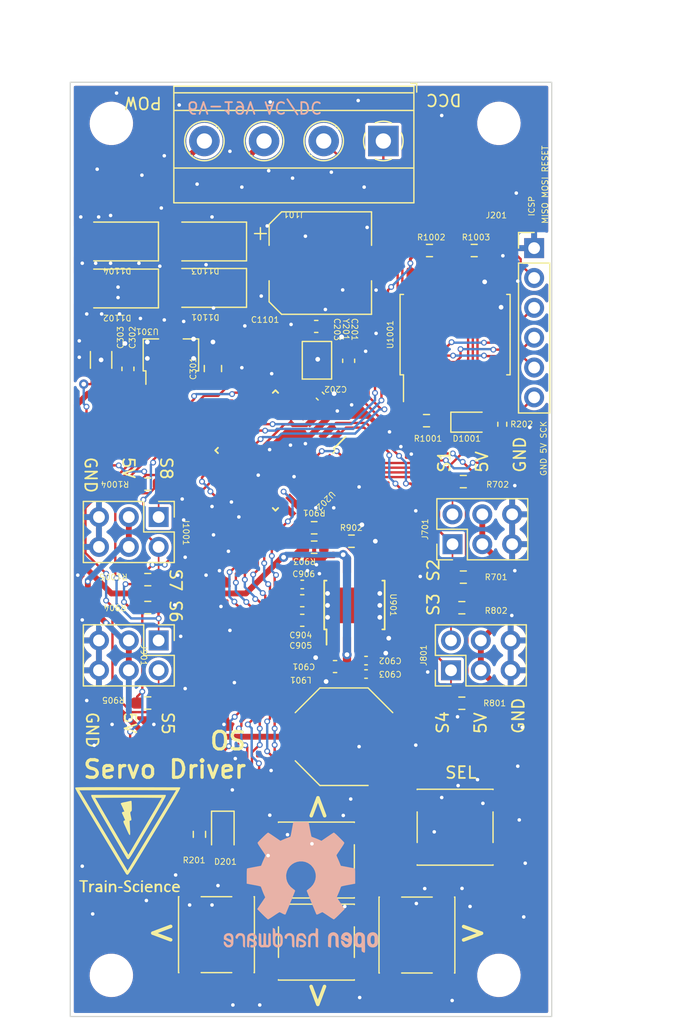
<source format=kicad_pcb>
(kicad_pcb (version 20221018) (generator pcbnew)
  (layers (0 "F.Cu" signal) (31 "B.Cu" signal) (34 "B.Paste" user) (35 "F.Paste" user) (36 "B.SilkS" user "B.Silkscreen") (37 "F.SilkS" user "F.Silkscreen") (38 "B.Mask" user) (39 "F.Mask" user) (44 "Edge.Cuts" user))
  (net 0 "")
  (net 1 "GND")
  (net 2 "Net-(D201-A)")
  (net 4 "Net-(U901-BS)")
  (net 5 "Net-(U901-SW)")
  (net 6 "Net-(U901-FB)")
  (net 9 "Net-(D1001-K)")
  (net 10 "+5V")
  (net 11 "Net-(U1001-EN)")
  (net 13 "/atmega/X1")
  (net 14 "/atmega/X2")
  (net 15 "VCC")
  (net 16 "+5VA")
  (net 17 "/atmega/LED")
  (net 18 "/DCC/DCC_B")
  (net 19 "/D_bridge/AC_1")
  (net 20 "/D_bridge/AC_2")
  (net 21 "/DCC/DCC_A")
  (net 22 "/atmega/reset")
  (net 23 "/DCC/DCC_TTL")
  (net 24 "/atmega/sw1")
  (net 25 "/atmega/sw2")
  (net 26 "/atmega/sw3")
  (net 27 "/atmega/sw4")
  (net 28 "/atmega/sw5")
  (net 29 "/atmega/MOSI")
  (net 30 "/atmega/MISO")
  (net 31 "/atmega/bus2.pin1")
  (net 32 "/atmega/bus2.pin2")
  (net 33 "/atmega/bus3.pin1")
  (net 34 "/atmega/bus3.pin2")
  (net 36 "/atmega/bus4.pin1")
  (net 37 "/atmega/bus4.pin2")
  (net 42 "/atmega/bus1.pin1")
  (net 43 "/atmega/bus1.pin2")
  (footprint "Connector_PinHeader_2.54mm:PinHeader_2x03_P2.54mm_Vertical" (layer "F.Cu") (at 132.92 146.54 90)
    (fp_text reference "J801")
    (fp_text value "Conn_02x03_Odd_Even")
  )
  (footprint "Package_TO_SOT_SMD:SOT-89-3" (layer "F.Cu") (at 109.071 119.701 90)
    (fp_text reference "U301")
    (fp_text value "L78L05_SOT89")
  )
  (footprint "custom_kicad_lib_sk:R_0603_smalltext" (layer "F.Cu") (at 131.088 110.82)
    (fp_text reference "R1002")
    (fp_text value "10k")
  )
  (footprint "Package_SO:TI_SO-PowerPAD-8" (layer "F.Cu") (at 124.6985 140.9835 90)
    (fp_text reference "U901")
    (fp_text value "MT2499A")
  )
  (footprint "custom_kicad_lib_sk:R_0603_smalltext" (layer "F.Cu") (at 130.834 125.298)
    (fp_text reference "R1001")
    (fp_text value "1k")
  )
  (footprint "Capacitor_SMD:C_0603_1608Metric" (layer "F.Cu") (at 120.2535 140.62)
    (fp_text reference "C904")
    (fp_text value "22uF")
  )
  (footprint "LED_SMD:LED_0805_2012Metric_Pad1.15x1.40mm_HandSolder" (layer "F.Cu") (at 113.491 160.3895 -90)
    (fp_text reference "D201")
    (fp_text value "LED")
  )
  (footprint "custom_kicad_lib_sk:tactile_SMD_6mm" (layer "F.Cu") (at 121.459527 162.685805)
    (fp_text reference "SW602" hide)
    (fp_text value "SW_Push")
  )
  (footprint "Capacitor_SMD:C_0402_1005Metric" (layer "F.Cu") (at 121.784106 123.207411 -45)
    (fp_text reference "C202")
    (fp_text value "100nF")
  )
  (footprint "MountingHole:MountingHole_3.2mm_M3" (layer "F.Cu") (at 104 172.5 180)
    (fp_text reference "REF**" hide)
    (fp_text value "MountingHole_3.2mm_M3")
  )
  (footprint "custom_kicad_lib_sk:R_0603_smalltext" (layer "F.Cu") (at 133.97 130.4835)
    (fp_text reference "R702")
    (fp_text value "10k")
  )
  (footprint "MountingHole:MountingHole_3.2mm_M3" (layer "F.Cu") (at 137 172.5 180)
    (fp_text reference "REF**" hide)
    (fp_text value "MountingHole_3.2mm_M3")
  )
  (footprint "Capacitor_SMD:CP_Elec_8x10.5" (layer "F.Cu") (at 121.793 111.887)
    (fp_text reference "C1101")
    (fp_text value "1000uF")
  )
  (footprint "custom_kicad_lib_sk:Train-Science logo small" (layer "F.Cu") (at 105.459 161.05)
    (fp_text reference "G***" hide)
    (fp_text value "LOGO" hide)
  )
  (footprint "Connector_PinHeader_2.54mm:PinHeader_2x03_P2.54mm_Vertical" (layer "F.Cu") (at 108.025 133.5 -90)
    (fp_text reference "J1001")
    (fp_text value "Conn_02x03_Odd_Even")
  )
  (footprint "Connector_PinHeader_2.54mm:PinHeader_2x03_P2.54mm_Vertical" (layer "F.Cu") (at 133.047 135.809 90)
    (fp_text reference "J701")
    (fp_text value "Conn_02x03_Odd_Even")
  )
  (footprint "custom_kicad_lib_sk:tactile_SMD_6mm" (layer "F.Cu") (at 112.950527 169.035805 90)
    (fp_text reference "SW601" hide)
    (fp_text value "SW_Push")
  )
  (footprint "Resistor_SMD:R_0603_1608Metric" (layer "F.Cu") (at 121.2695 136.063 180)
    (fp_text reference "R903")
    (fp_text value "150k")
  )
  (footprint "Resistor_SMD:R_0402_1005Metric_Pad0.72x0.64mm_HandSolder" (layer "F.Cu") (at 137.287 125.603 -90)
    (fp_text reference "R202")
    (fp_text value "10k")
  )
  (footprint "Capacitor_SMD:C_0805_2012Metric" (layer "F.Cu") (at 112.649 120.8625 90)
    (fp_text reference "C301")
    (fp_text value "470nF")
  )
  (footprint "custom_kicad_lib_sk:tactile_SMD_6mm" (layer "F.Cu") (at 133.270527 159.891805)
    (fp_text reference "SW605" hide)
    (fp_text value "SW_Push")
  )
  (footprint "Connector_PinHeader_2.54mm:PinHeader_2x03_P2.54mm_Vertical" (layer "F.Cu") (at 108.025 144 -90)
    (fp_text reference "J901")
    (fp_text value "Conn_02x03_Odd_Even")
  )
  (footprint "Capacitor_SMD:C_0603_1608Metric" (layer "F.Cu") (at 124.206695 120.201 -90)
    (fp_text reference "C201")
    (fp_text value "12pF")
  )
  (footprint "Package_SO:SOP-8_6.62x9.15mm_P2.54mm" (layer "F.Cu") (at 133.27 117.975 90)
    (fp_text reference "U1001")
    (fp_text value "6N137")
  )
  (footprint "Connector_PinHeader_2.54mm:PinHeader_1x06_P2.54mm_Vertical" (layer "F.Cu") (at 140 110.615805)
    (fp_text reference "J201")
    (fp_text value "ICSP")
  )
  (footprint "Resistor_SMD:R_0603_1608Metric" (layer "F.Cu") (at 121.2695 134.412)
    (fp_text reference "R901")
    (fp_text value "220k")
  )
  (footprint "custom_kicad_lib_sk:R_0603_smalltext" (layer "F.Cu") (at 107.102 149.3255 180)
    (fp_text reference "R905")
    (fp_text value "10k")
  )
  (footprint "custom_kicad_lib_sk:R_0603_smalltext" (layer "F.Cu") (at 134.898 110.82)
    (fp_text reference "R1003")
    (fp_text value "10k")
  )
  (footprint "Capacitor_SMD:C_0603_1608Metric" (layer "F.Cu") (at 123.0475 146.223 180)
    (fp_text reference "C901")
    (fp_text value "22uF")
  )
  (footprint "Capacitor_SMD:C_0603_1608Metric" (layer "F.Cu") (at 121.444695 117.28 180)
    (fp_text reference "C203")
    (fp_text value "12pF")
  )
  (footprint "Package_QFP:TQFP-32_7x7mm_P0.8mm" (layer "F.Cu") (at 117.974695 127.831 -135)
    (fp_text reference "U202")
    (fp_text value "ATmega328-A")
  )
  (footprint "Diode_SMD:D_SMA" (layer "F.Cu") (at 104.5 110.05 180)
    (fp_text reference "D1104")
    (fp_text value "SS53")
  )
  (footprint "Diode_SMD:D_SMA" (layer "F.Cu") (at 112 114 180)
    (fp_text reference "D1101")
    (fp_text value "SS53")
  )
  (footprint "Capacitor_SMD:C_0603_1608Metric_Pad1.08x0.95mm_HandSolder" (layer "F.Cu") (at 105.412 120.889 90)
    (fp_text reference "C302")
    (fp_text value "100nF")
  )
  (footprint "Capacitor_SMD:C_0603_1608Metric" (layer "F.Cu") (at 120.2535 142.286)
    (fp_text reference "C905")
    (fp_text value "22uF")
  )
  (footprint "custom_kicad_lib_sk:R_0603_smalltext" (layer "F.Cu") (at 107.102 141.1975 180)
    (fp_text reference "R904")
    (fp_text value "10k")
  )
  (footprint "custom_kicad_lib_sk:tactile_SMD_6mm" (layer "F.Cu") (at 121.459527 169.670805)
    (fp_text reference "SW603" hide)
    (fp_text value "SW_Push")
  )
  (footprint "MountingHole:MountingHole_3.2mm_M3" (layer "F.Cu") (at 137 100 180)
    (fp_text reference "REF**" hide)
    (fp_text value "MountingHole_3.2mm_M3")
  )
  (footprint "custom_kicad_lib_sk:R_0603_smalltext" (layer "F.Cu") (at 133.97 138.6115)
    (fp_text reference "R701")
    (fp_text value "10k")
  )
  (footprint "custom_kicad_lib_sk:crystal_arduino" (layer "F.Cu") (at 121.285695 120.108 90)
    (fp_text reference "Y201")
    (fp_text value "Crystal_GND2")
  )
  (footprint "Diode_SMD:D_SOD-323" (layer "F.Cu") (at 134.517 125.425)
    (fp_text reference "D1001")
    (fp_text value "1N4148WS")
  )
  (footprint "Diode_SMD:D_SMA" (layer "F.Cu") (at 112 110.05 180)
    (fp_text reference "D1103")
    (fp_text value "SS53")
  )
  (footprint "custom_kicad_lib_sk:R_0603_smalltext" (layer "F.Cu") (at 133.843 141.2145)
    (fp_text reference "R802")
    (fp_text value "10k")
  )
  (footprint "TerminalBlock_Phoenix:TerminalBlock_Phoenix_MKDS-1,5-4-5.08_1x04_P5.08mm_Horizontal" (layer "F.Cu") (at 127.16 101.5 180)
    (fp_text reference "J101")
    (fp_text value "Screw_Terminal_01x04")
  )
  (footprint "Capacitor_SMD:C_1206_3216Metric_Pad1.33x1.80mm_HandSolder" (layer "F.Cu") (at 103.126 120.127 90)
    (fp_text reference "C303")
    (fp_text value "100uF")
  )
  (footprint "MountingHole:MountingHole_3.2mm_M3" (layer "F.Cu") (at 104 100 180)
    (fp_text reference "REF**" hide)
    (fp_text value "MountingHole_3.2mm_M3")
  )
  (footprint "custom_kicad_lib_sk:R_0603_smalltext" (layer "F.Cu") (at 107.102 130.6975 180)
    (fp_text reference "R1004")
    (fp_text value "10k")
  )
  (footprint "Capacitor_SMD:C_0402_1005Metric" (layer "F.Cu") (at 125.6865 145.715)
    (fp_text reference "C902")
    (fp_text value "100nF")
  )
  (footprint "Capacitor_SMD:C_0402_1005Metric" (layer "F.Cu") (at 125.6865 146.858)
    (fp_text reference "C903")
    (fp_text value "22nF")
  )
  (footprint "Inductor_SMD:L_Bourns-SRU8028_8.0x8.0mm" (layer "F.Cu") (at 123.8095 152.192 180)
    (fp_text reference "L901")
    (fp_text value "L")
  )
  (footprint "Capacitor_SMD:C_0402_1005Metric" (layer "F.Cu") (at 120.2555 139.238)
    (fp_text reference "C906")
    (fp_text value "100nF")
  )
  (footprint "Resistor_SMD:R_0603_1608Metric" (layer "F.Cu") (at 124.4445 135.555)
    (fp_text reference "R902")
    (fp_text value "20k")
  )
  (footprint "custom_kicad_lib_sk:R_0603_smalltext" (layer "F.Cu") (at 133.843 149.3425)
    (fp_text reference "R801")
    (fp_text value "10k")
  )
  (footprint "Diode_SMD:D_SMA" (layer "F.Cu") (at 104.5 114.05 180)
    (fp_text reference "D1102")
    (fp_text value "SS53")
  )
  (footprint "custom_kicad_lib_sk:R_0603_smalltext" (layer "F.Cu") (at 107.102 138.8255 180)
    (fp_text reference "R1005")
    (fp_text value "10k")
  )
  (footprint "Resistor_SMD:R_0603_1608Metric_Pad0.98x0.95mm_HandSolder" (layer "F.Cu") (at 111.5 160.5 -90)
    (fp_text reference "R201")
    (fp_text value "6k2")
  )
  (footprint "custom_kicad_lib_sk:tactile_SMD_6mm" (layer "F.Cu") (at 130.020527 169.067805 90)
    (fp_text reference "SW604" hide)
    (fp_text value "SW_Push")
  )
  (footprint "Symbol:OSHW-Logo2_14.6x12mm_SilkScreen" (layer "B.Cu") (at 120.143473 164.988195 180)
    (fp_text reference "REF**" hide)
    (fp_text value "OSHW-Logo2_14.6x12mm_SilkScreen" hide)
  )
  (gr_rect (start 100.5 96.5) (end 141.5 176) (stroke (width 0.1)) (fill none) (layer "Edge.Cuts"))
  (gr_text "6V-19V AC/DC" (at 110.364473 98.059195 180) (layer "B.SilkS") (effects (font (size 1 1)) (justify left bottom mirror)))
  (gr_text "S5\n\n5V\n\nGND" (at 101.776 150.001 -90) (layer "F.SilkS") (effects (font (size 1 1)) (justify left bottom)))
  (gr_text "<" (at 106.854527 169.924805) (layer "F.SilkS") (effects (font (size 2 2) (thickness 0.3)) (justify left bottom)))
  (gr_text "MISO MOSI RESET" (at 141.224 108.585 90) (layer "F.SilkS") (effects (font (size 0.5 0.5) (thickness 0.075)) (justify left bottom)))
  (gr_text "DCC" (at 133.907 97.423 180) (layer "F.SilkS") (effects (font (size 1 1)) (justify left bottom)))
  (gr_text "S3\n" (at 132.002 142 90) (layer "F.SilkS") (effects (font (size 1 1)) (justify left bottom)))
  (gr_text "S2" (at 132.002 139.079 90) (layer "F.SilkS") (effects (font (size 1 1)) (justify left bottom)))
  (gr_text "OS\nServo Driver" (at 115.619 155.843) (layer "F.SilkS") (effects (font (size 1.5 1.5) (thickness 0.275) bold) (justify right bottom)))
  (gr_text "S6" (at 108.888 140.476 -90) (layer "F.SilkS") (effects (font (size 1 1)) (justify left bottom)))
  (gr_text "ICSP" (at 140.081 107.95 90) (layer "F.SilkS") (effects (font (size 0.5 0.5) (thickness 0.075)) (justify left bottom)))
  (gr_text "S4\n\n5V\n\nGND" (at 139.241 152.033 90) (layer "F.SilkS") (effects (font (size 1 1)) (justify left bottom)))
  (gr_text "<" (at 136.191527 167.892805 180) (layer "F.SilkS") (effects (font (size 2 2) (thickness 0.3)) (justify left bottom)))
  (gr_text "SEL" (at 132.334 155.829) (layer "F.SilkS") (effects (font (size 1 1)) (justify left bottom)))
  (gr_text "GND 5V SCK " (at 141.097 130.048 90) (layer "F.SilkS") (effects (font (size 0.5 0.5) (thickness 0.075)) (justify left bottom)))
  (gr_text "S7" (at 108.888 137.809 -90) (layer "F.SilkS") (effects (font (size 1 1)) (justify left bottom)))
  (gr_text "<" (at 122.602527 175.639805 90) (layer "F.SilkS") (effects (font (size 2 2) (thickness 0.3)) (justify left bottom)))
  (gr_text "POW" (at 108.38 97.677 180) (layer "F.SilkS") (effects (font (size 1 1)) (justify left bottom)))
  (gr_text "S8\n\n5V\n\nGND" (at 101.649 128.3 -90) (layer "F.SilkS") (effects (font (size 1 1)) (justify left bottom)))
  (gr_text "S1\n\n5V\n\nGND" (at 139.368 129.808 90) (layer "F.SilkS") (effects (font (size 1 1)) (justify left bottom)))
  (gr_text "<" (at 120.570527 156.716805 -90) (layer "F.SilkS") (effects (font (size 2 2) (thickness 0.3)) (justify left bottom)))
  (segment (start 126.4765 135.555) (end 126.4515 135.53) (width 1) (layer "F.Cu") (net 1))
  (segment (start 122.4125 142.032) (end 121.2825 142.032) (width 1) (layer "F.Cu") (net 1))
  (segment (start 122.823695 119.426) (end 122.455695 119.058) (width 0.25) (layer "F.Cu") (net 1))
  (segment (start 126.8575 142.032) (end 122.4125 142.032) (width 1) (layer "F.Cu") (net 1))
  (segment (start 121.2825 142.032) (end 121.0285 142.286) (width 1) (layer "F.Cu") (net 1))
  (segment (start 121.571695 120.074) (end 121.571695 119.942) (width 0.25) (layer "F.Cu") (net 1))
  (segment (start 126.8575 140) (end 122.4125 140) (width 1) (layer "F.Cu") (net 1))
  (segment (start 121.571695 119.942) (end 122.455695 119.058) (width 0.25) (layer "F.Cu") (net 1))
  (segment (start 122.2855 146.236) (end 122.2725 146.223) (width 0.7) (layer "F.Cu") (net 1))
  (segment (start 120.8255 139.238) (end 121.5875 140) (width 1) (layer "F.Cu") (net 1))
  (segment (start 126.6035 143.7635) (end 126.6035 142.286) (width 1) (layer "F.Cu") (net 1))
  (segment (start 122.4125 141.016) (end 121.4245 141.016) (width 1) (layer "F.Cu") (net 1))
  (segment (start 120.697056 124.542953) (end 121.693187 123.546822) (width 0.2) (layer "F.Cu") (net 1))
  (segment (start 124.206695 119.426) (end 122.823695 119.426) (width 0.25) (layer "F.Cu") (net 1))
  (segment (start 125.2695 134.222) (end 125.3335 134.158) (width 0.7) (layer "F.Cu") (net 1))
  (segment (start 121.5875 140) (end 122.4125 140) (width 1) (layer "F.Cu") (net 1))
  (segment (start 122.4125 141.016) (end 126.8575 141.016) (width 1) (layer "F.Cu") (net 1))
  (segment (start 122.219695 117.28) (end 122.219695 118.822) (width 0.25) (layer "F.Cu") (net 1))
  (segment (start 120.8255 141.397) (end 120.8255 139.238) (width 1) (layer "F.Cu") (net 1))
  (segment (start 121.0285 142.286) (end 120.8255 142.083) (width 1) (layer "F.Cu") (net 1))
  (segment (start 121.4245 141.016) (end 121.0285 140.62) (width 1) (layer "F.Cu") (net 1))
  (segment (start 120.8255 142.083) (end 120.8255 141.397) (width 1) (layer "F.Cu") (net 1))
  (segment (start 126.6035 142.286) (end 126.8575 142.032) (width 1) (layer "F.Cu") (net 1))
  (segment (start 120.555695 121.258) (end 120.555695 120.958) (width 0.25) (layer "F.Cu") (net 1))
  (segment (start 121.693187 123.546822) (end 122.123517 123.546822) (width 0.2) (layer "F.Cu") (net 1))
  (segment (start 120.8255 144.776) (end 120.8255 141.397) (width 0.7) (layer "F.Cu") (net 1))
  (segment (start 122.2725 146.223) (end 120.8255 144.776) (width 0.7) (layer "F.Cu") (net 1))
  (segment (start 121.439695 120.074) (end 121.571695 120.074) (width 0.25) (layer "F.Cu") (net 1))
  (segment (start 120.555695 120.958) (end 121.439695 120.074) (width 0.25) (layer "F.Cu") (net 1))
  (segment (start 125.2695 135.555) (end 125.2695 134.222) (width 0.7) (layer "F.Cu") (net 1))
  (segment (start 122.219695 118.822) (end 122.455695 119.058) (width 0.25) (layer "F.Cu") (net 1))
  (segment (start 126.4515 135.53) (end 125.2695 135.53) (width 1) (layer "F.Cu") (net 1))
  (segment (start 122.2855 147.493) (end 122.2855 146.236) (width 0.7) (layer "F.Cu") (net 1))
  (via (at 102.919 107.964) (size 0.5) (drill 0.3) (layers "F.Cu" "B.Cu") (net 1))
  (via (at 122.2855 147.493) (size 0.8) (drill 0.4) (layers "F.Cu" "B.Cu") (net 1))
  (via (at 119.556 130.062) (size 0.5) (drill 0.3) (layers "F.Cu" "B.Cu") (net 1))
  (via (at 110.285 136.92) (size 0.5) (drill 0.3) (layers "F.Cu" "B.Cu") (net 1))
  (via (at 116.635 175.02) (size 0.5) (drill 0.3) (layers "F.Cu" "B.Cu") (net 1))
  (via (at 126.8575 142.032) (size 0.8) (drill 0.4) (layers "F.Cu" "B.Cu") (net 1))
  (via (at 122.223 115.838) (size 0.5) (drill 0.3) (layers "F.Cu" "B.Cu") (net 1))
  (via (at 106.475 116.6) (size 0.5) (drill 0.3) (layers "F.Cu" "B.Cu") (net 1))
  (via (at 113.968 136.412) (size 0.5) (drill 0.3) (layers "F.Cu" "B.Cu") (net 1))
  (via (at 125.525 105.424) (size 0.5) (drill 0.3) (layers "F.Cu" "B.Cu") (net 1))
  (via (at 125.095 153.035) (size 0.5) (drill 0.3) (layers "F.Cu" "B.Cu") (net 1))
  (via (at 103.935 111.901) (size 0.5) (drill 0.3) (layers "F.Cu" "B.Cu") (net 1))
  (via (at 110.158 133.745) (size 0.5) (drill 0.3) (layers "F.Cu" "B.Cu") (net 1))
  (via (at 111.301 105.17) (size 0.5) (drill 0.3) (layers "F.Cu" "B.Cu") (net 1))
  (via (at 117.651 121.299) (size 0.5) (drill 0.3) (layers "F.Cu" "B.Cu") (net 1))
  (via (at 129.921 152.908) (size 0.5) (drill 0.3) (layers "F.Cu" "B.Cu") (net 1))
  (via (at 108.126 112.155) (size 0.5) (drill 0.3) (layers "F.Cu" "B.Cu") (net 1))
  (via (at 104.57 113.933) (size 0.5) (drill 0.3) (layers "F.Cu" "B.Cu") (net 1))
  (via (at 120.699 138.063) (size 0.5) (drill 0.3) (layers "F.Cu" "B.Cu") (net 1))
  (via (at 103.935 107.837) (size 0.5) (drill 0.3) (layers "F.Cu" "B.Cu") (net 1))
  (via (at 101.141 138.444) (size 0.5) (drill 0.3) (layers "F.Cu" "B.Cu") (net 1))
  (via (at 105.158 118.73) (size 0.8) (drill 0.4) (layers "F.Cu" "B.Cu") (net 1))
  (via (at 119.302 117.108) (size 0.5) (drill 0.3) (layers "F.Cu" "B.Cu") (net 1))
  (via (at 138.987 151.398) (size 0.5) (drill 0.3) (layers "F.Cu" "B.Cu") (net 1))
  (via (at 106.602 104.408) (size 0.5) (drill 0.3) (layers "F.Cu" "B.Cu") (net 1))
  (via (at 117.397 104.027) (size 0.5) (drill 0.3) (layers "F.Cu" "B.Cu") (net 1))
  (via (at 108.253 107.202) (size 0.5) (drill 0.3) (layers "F.Cu" "B.Cu") (net 1))
  (via (at 112.063 112.028) (size 0.5) (drill 0.3) (layers "F.Cu" "B.Cu") (net 1))
  (via (at 113.206 138.063) (size 0.5) (drill 0.3) (layers "F.Cu" "B.Cu") (net 1))
  (via (at 110.666 166.511) (size 0.5) (drill 0.3) (layers "F.Cu" "B.Cu") (net 1))
  (via (at 137.336 111.266) (size 0.5) (drill 0.3) (layers "F.Cu" "B.Cu") (net 1))
  (via (at 113.333 141.111) (size 0.5) (drill 0.3) (layers "F.Cu" "B.Cu") (net 1))
  (via (at 112.571 132.602) (size 0.5) (drill 0.3) (layers "F.Cu" "B.Cu") (net 1))
  (via (at 120.523 127.254) (size 0.5) (drill 0.3) (layers "F.Cu" "B.Cu") (net 1))
  (via (at 125.017 98.058) (size 0.5) (drill 0.3) (layers "F.Cu" "B.Cu") (net 1))
  (via (at 104.57 114.822) (size 0.5) (drill 0.3) (layers "F.Cu" "B.Cu") (net 1))
  (via (at 138.606 113.425) (size 0.5) (drill 0.3) (layers "F.Cu" "B.Cu") (net 1))
  (via (at 123.239 124.474) (size 0.5) (drill 0.3) (layers "F.Cu" "B.Cu") (net 1))
  (via (at 104.062 151.144) (size 0.5) (drill 0.3) (layers "F.Cu" "B.Cu") (net 1))
  (via (at 129.54 128.143) (size 0.5) (drill 0.3) (layers "F.Cu" "B.Cu") (net 1))
  (via (at 138.606 154.7) (size 0.5) (drill 0.3) (layers "F.Cu" "B.Cu") (net 1))
  (via (at 123.698 114.173) (size 0.5) (drill 0.3) (layers "F.Cu" "B.Cu") (net 1))
  (via (at 106.348 111.901) (size 0.5) (drill 0.3) (layers "F.Cu" "B.Cu") (net 1))
  (via (at 127.3655 145.08) (size 0.8) (drill 0.4) (layers "F.Cu" "B.Cu") (net 1))
  (via (at 109.396 140.984) (size 0.5) (drill 0.3) (layers "F.Cu" "B.Cu") (net 1))
  (via (at 101.903 149.112) (size 0.5) (drill 0.3) (layers "F.Cu" "B.Cu") (net 1))
  (via (at 110.285 148.096) (size 0.5) (drill 0.3) (layers "F.Cu" "B.Cu") (net 1))
  (via (at 132.129 157.367) (size 0.5) (drill 0.3) (layers "F.Cu" "B.Cu") (net 1))
  (via (at 109.777 98.439) (size 0.5) (drill 0.3) (layers "F.Cu" "B.Cu") (net 1))
  (via (at 114.476 147.588) (size 0.5) (drill 0.3) (layers "F.Cu" "B.Cu") (net 1))
  (via (at 133.477 150.495) (size 0.5) (drill 0.3) (layers "F.Cu" "B.Cu") (net 1))
  (via (at 120.523 109.601) (size 0.5) (drill 0.3) (layers "F.Cu" "B.Cu") (net 1))
  (via (at 123.874 166.638) (size 0.5) (drill 0.3) (layers "F.Cu" "B.Cu") (net 1))
  (via (at 112.571 166.511) (size 0.5) (drill 0.3) (layers "F.Cu" "B.Cu") (net 1))
  (via (at 104.697 116.219) (size 0.5) (drill 0.3) (layers "F.Cu" "B.Cu") (net 1))
  (via (at 134.542 166.638) (size 0.5) (drill 0.3) (layers "F.Cu" "B.Cu") (net 1))
  (via (at 125.652 119.394) (size 0.5) (drill 0.3) (layers "F.Cu" "B.Cu") (net 1))
  (via (at 107.063 118.603) (size 0.8) (drill 0.4) (layers "F.Cu" "B.Cu") (net 1))
  (via (at 121.715 138.317) (size 0.5) (drill 0.3) (layers "F.Cu" "B.Cu") (net 1))
  (via (at 110.031 131.967) (size 0.5) (drill 0.3) (layers "F.Cu" "B.Cu") (net 1))
  (via (at 129.97 166.384) (size 0.5) (drill 0.3) (layers "F.Cu" "B.Cu") (net 1))
  (via (at 101.522 142.254) (size 0.5) (drill 0.3) (layers "F.Cu" "B.Cu") (net 1))
  (via (at 126.4765 135.555) (size 0.8) (drill 0.4) (layers "F.Cu" "B.Cu") (net 1))
  (via (at 127.684 126.252) (size 0.5) (drill 0.3) (layers "F.Cu" "B.Cu") (net 1))
  (via (at 117.475 127.762) (size 0.5) (drill 0.3) (layers "F.Cu" "B.Cu") (net 1))
  (via (at 104.443 97.423) (size 0.5) (drill 0.3) (layers "F.Cu" "B.Cu") (net 1))
  (via (at 109.65 138.444) (size 0.5) (drill 0.3) (layers "F.Cu" "B.Cu") (net 1))
  (via (at 135.177 155.843) (size 0.5) (drill 0.3) (layers "F.Cu" "B.Cu") (net 1))
  (via (at 113.587 151.144) (size 0.5) (drill 0.3) (layers "F.Cu" "B.Cu") (net 1))
  (via (at 101.903 116.219) (size 0.5) (drill 0.3) (layers "F.Cu" "B.Cu") (net 1))
  (via (at 135.636 157.861) (size 0.5) (drill 0.3) (layers "F.Cu" "B.Cu") (net 1))
  (via (at 126.541 114.187) (size 0.5) (drill 0.3) (layers "F.Cu" "B.Cu") (net 1))
  (via (at 133.858 165.1) (size 0.5) (drill 0.3) (layers "F.Cu" "B.Cu") (net 1))
  (via (at 114.222 132.221) (size 0.5) (drill 0.3) (layers "F.Cu" "B.Cu") (net 1))
  (via (at 112.651 118.603) (size 0.8) (drill 0.4) (layers "F.Cu" "B.Cu") (net 1))
  (via (at 107.618 151.144) (size 0.5) (drill 0.3) (layers "F.Cu" "B.Cu") (net 1))
  (via (at 121.461 137.555) (size 0.5) (drill 0.3) (layers "F.Cu" "B.Cu") (net 1))
  (via (at 137.184 115.646) (size 0.8) (drill 0.4) (layers "F.Cu" "B.Cu") (net 1))
  (via (at 101.522 111.901) (size 0.5) (drill 0.3) (layers "F.Cu" "B.Cu") (net 1))
  (via (at 101.395 107.964) (size 0.5) (drill 0.3) (layers "F.Cu" "B.Cu") (net 1))
  (via (at 116.508 129.935) (size 0.5) (drill 0.3) (layers "F.Cu" "B.Cu") (net 1))
  (via (at 108.507 116.727) (size 0.5) (drill 0.3) (layers "F.Cu" "B.Cu") (net 1))
  (via (at 103.126 120.127) (size 0.8) (drill 0.4) (layers "F.Cu" "B.Cu") (net 1))
  (via (at 122.4125 142.032) (size 0.8) (drill 0.4) (layers "F.Cu" "B.Cu") (net 1))
  (via (at 108.507 102.757) (size 0.5) (drill 0.3) (layers "F.Cu" "B.Cu") (net 1))
  (via (at 128.651 127.508) (size 0.5) (drill 0.3) (layers "F.Cu" "B.Cu") (net 1))
  (via (at 126.8575 140) (size 0.8) (drill 0.4) (layers "F.Cu" "B.Cu") (net 1))
  (via (at 138.479 105.932) (size 0.5) (drill 0.3) (layers "F.Cu" "B.Cu") (net 1))
  (via (at 121.08 161.304) (size 0.5) (drill 0.3) (layers "F.Cu" "B.Cu") (net 1))
  (via (at 101.268 119.902) (size 0.5) (drill 0.3) (layers "F.Cu" "B.Cu") (net 1))
  (via (at 121.3965 145.461) (size 0.8) (drill 0.4) (layers "F.Cu" "B.Cu") (net 1))
  (via (at 125.144 174.385) (size 0.5) (drill 0.3) (layers "F.Cu" "B.Cu") (net 1))
  (via (at 118.999 160.528) (size 0.5) (drill 0.3) (layers "F.Cu" "B.Cu") (net 1))
  (via (at 102.665 111.901) (size 0.5) (drill 0.3) (layers "F.Cu" "B.Cu") (net 1))
  (via (at 112.063 138.444) (size 0.5) (drill 0.3) (layers "F.Cu" "B.Cu") (net 1))
  (via (at 112.698 135.015) (size 0.5) (drill 0.3) (layers "F.Cu" "B.Cu") (net 1))
  (via (at 139.114 167.527) (size 0.5) (drill 0.3) (layers "F.Cu" "B.Cu") (net 1))
  (via (at 129.921 132.969) (size 0.5) (drill 0.3) (layers "F.Cu" "B.Cu") (net 1))
  (via (at 117.602 155.067) (size 0.5) (drill 0.3) (layers "F.Cu" "B.Cu") (net 1))
  (via (at 123.603695 118.169) (size 0.8) (drill 0.4) (layers "F.Cu" "B.Cu") (net 1))
  (via (at 112.698 115.711) (size 0.5) (drill 0.3) (layers "F.Cu" "B.Cu") (net 1))
  (via (at 125.779 108.853) (size 0.5) (drill 0.3) (layers "F.Cu" "B.Cu") (net 1))
  (via (at 133.526 156.351) (size 0.5) (drill 0.3) (layers "F.Cu" "B.Cu") (net 1))
  (via (at 124.46 123.952) (size 0.5) (drill 0.3) (layers "F.Cu" "B.Cu") (net 1))
  (via (at 109.474 163.957) (size 0.5) (drill 0.3) (layers "F.Cu" "B.Cu") (net 1))
  (via (at 112.571 107.964) (size 0.5) (drill 0.3) (layers "F.Cu" "B.Cu") (net 1))
  (via (at 126.541 117.87) (size 0.5) (drill 0.3) (layers "F.Cu" "B.Cu") (net 1))
  (via (at 122.968695 122.995) (size 0.8) (drill 0.4) (layers "F.Cu" "B.Cu") (net 1))
  (via (at 114.095 143.143) (size 0.5) (drill 0.3) (layers "F.Cu" "B.Cu") (net 1))
  (via (at 102.411 167.273) (size 0.5) (drill 0.3) (layers "F.Cu" "B.Cu") (net 1))
  (via (at 122.4125 140) (size 0.8) (drill 0.4) (layers "F.Cu" "B.Cu") (net 1))
  (via (at 114.3 156.718) (size 0.5) (drill 0.3) (layers "F.Cu" "B.Cu") (net 1))
  (via (at 123.747 158.891) (size 0.5) (drill 0.3) (layers "F.Cu" "B.Cu") (net 1))
  (via (at 122.936 132.715) (size 0.5) (drill 0.3) (layers "F.Cu" "B.Cu") (net 1))
  (via (at 124.382 157.494) (size 0.5) (drill 0.3) (layers "F.Cu" "B.Cu") (net 1))
  (via (at 117.348 162.306) (size 0.5) (drill 0.3) (layers "F.Cu" "B.Cu") (net 1))
  (via (at 109.904 143.651) (size 0.5) (drill 0.3) (layers "F.Cu" "B.Cu") (net 1))
  (via (at 111 120) (size 0.8) (drill 0.4) (layers "F.Cu" "B.Cu") (net 1))
  (via (at 139.622 125.871) (size 0.5) (drill 0.3) (layers "F.Cu" "B.Cu") (net 1))
  (via (at 117.524 98.185) (size 0.5) (drill 0.3) (layers "F.Cu" "B.Cu") (net 1))
  (via (at 139.241 162.955) (size 0.5) (drill 0.3) (layers "F.Cu" "B.Cu") (net 1))
  (via (at 119.429 104.662) (size 0.5) (drill 0.3) (layers "F.Cu" "B.Cu") (net 1))
  (via (at 114.857 133.491) (size 0.5) (drill 0.3) (layers "F.Cu" "B.Cu") (net 1))
  (via (at 125.3335 134.158) (size 0.8) (drill 0.4) (layers "F.Cu" "B.Cu") (net 1))
  (via (at 115.365 117.235) (size 0.5) (drill 0.3) (layers "F.Cu" "B.Cu") (net 1))
  (via (at 125.095 130.937) (size 0.5) (drill 0.3) (layers "F.Cu" "B.Cu") (net 1))
  (via (at 115.111 105.424) (size 0.5) (drill 0.3) (layers "F.Cu" "B.Cu") (net 1))
  (via (at 113.079 164.86) (size 0.5) (drill 0.3) (layers "F.Cu" "B.Cu") (net 1))
  (via (at 102.792 103.9) (size 0.5) (drill 0.3) (layers "F.Cu" "B.Cu") (net 1))
  (via (at 101.268 118.505) (size 0.5) (drill 0.3) (layers "F.Cu" "B.Cu") (net 1))
  (via (at 121.412 132.715) (size 0.5) (drill 0.3) (layers "F.Cu" "B.Cu") (net 1))
  (via (at 138.733 159.272) (size 0.5) (drill 0.3) (layers "F.Cu" "B.Cu") (net 1))
  (via (at 117.27 108.726) (size 0.5) (drill 0.3) (layers "F.Cu" "B.Cu") (net 1))
  (via (at 117.489959 158.869973) (size 0.5) (drill 0.3) (layers "F.Cu" "B.Cu") (net 1))
  (via (at 121.571695 120.074) (size 0.8) (drill 0.4) (layers "F.Cu" "B.Cu") (net 1))
  (via (at 103.173 116.219) (size 0.5) (drill 0.3) (layers "F.Cu" "B.Cu") (net 1))
  (via (at 107.063 120) (size 0.8) (drill 0.4) (layers "F.Cu" "B.Cu") (net 1))
  (via (at 135.787 113.487) (size 0.8) (drill 0.4) (layers "F.Cu" "B.Cu") (net 1))
  (via (at 138.352 138.063) (size 0.5) (drill 0.3) (layers "F.Cu" "B.Cu") (net 1))
  (via (at 127.6195 143.81) (size 0.8) (drill 0.4) (layers "F.Cu" "B.Cu") (net 1))
  (via (at 130.937 146.685) (size 0.5) (drill 0.3) (layers "F.Cu" "B.Cu") (net 1))
  (via (at 138.098 141.873) (size 0.5) (drill 0.3) (layers "F.Cu" "B.Cu") (net 1))
  (via (at 122.4125 141.016) (size 0.8) (drill 0.4) (layers "F.Cu" "B.Cu") (net 1))
  (via (at 101.522 163.209) (size 0.5) (drill 0.3) (layers "F.Cu" "B.Cu") (net 1))
  (via (at 114.349 175.02) (size 0.5) (drill 0.3) (layers "F.Cu" "B.Cu") (net 1))
  (via (at 115.111 120.791) (size 0.5) (drill 0.3) (layers "F.Cu" "B.Cu") (net 1))
  (via (at 130.683 165.114) (size 0.5) (drill 0.3) (layers "F.Cu" "B.Cu") (net 1))
  (via (at 106.983 166.13) (size 0.5) (drill 0.3) (layers "F.Cu" "B.Cu") (net 1))
  (via (at 114.095 102.376) (size 0.5) (drill 0.3) (layers "F.Cu" "B.Cu") (net 1))
  (via (at 114.554 154.051) (size 0.5) (drill 0.3) (layers "F.Cu" "B.Cu") (net 1))
  (via (at 119.253 127.381) (size 0.5) (drill 0.3) (layers "F.Cu" "B.Cu") (net 1))
  (via (at 131.494 160.288) (size 0.5) (drill 0.3) (layers "F.Cu" "B.Cu") (net 1))
  (via (at 132.129 99.328) (size 0.5) (drill 0.3) (layers "F.Cu" "B.Cu") (net 1))
  (via (at 133.018 174.639) (size 0.5) (drill 0.3) (layers "F.Cu" "B.Cu") (net 1))
  (via (at 111 118.349) (size 0.8) (drill 0.4) (layers "F.Cu" "B.Cu") (net 1))
  (via (at 110.158 116.854) (size 0.5) (drill 0.3) (layers "F.Cu" "B.Cu") (net 1))
  (via (at 130.302 138.557) (size 0.5) (drill 0.3) (layers "F.Cu" "B.Cu") (net 1))
  (via (at 126.8575 141.016) (size 0.8) (drill 0.4) (layers "F.Cu" "B.Cu") (net 1))
  (via (at 102.538 152.922) (size 0.5) (drill 0.3) (layers "F.Cu" "B.Cu") (net 1))
  (via (at 116.762 114.695) (size 0.5) (drill 0.3) (layers "F.Cu" "B.Cu") (net 1))
  (via (at 122.731 104.154) (size 0.5) (drill 0.3) (layers "F.Cu" "B.Cu") (net 1))
  (via (at 138.352 130.824) (size 0.5) (drill 0.3) (layers "F.Cu" "B.Cu") (net 1))
  (segment (start 111.5 161.4125) (end 113.489 161.4125) (width 0.5) (layer "F.Cu") (net 2))
  (segment (start 125.0415 147.023) (end 123.369683 147.023) (width 0.25) (layer "F.Cu") (net 4))
  (segment (start 123.369683 147.023) (end 123.0475 146.700817) (width 0.25) (layer "F.Cu") (net 4))
  (segment (start 122.7935 143.7635) (end 122.7935 145.08) (width 0.25) (layer "F.Cu") (net 4))
  (segment (start 122.7935 145.08) (end 123.0475 145.334) (width 0.25) (layer "F.Cu") (net 4))
  (segment (start 123.0475 146.700817) (end 123.0475 145.334) (width 0.25) (layer "F.Cu") (net 4))
  (segment (start 125.2065 146.858) (end 125.2065 145.715) (width 0.25) (layer "F.Cu") (net 4))
  (segment (start 125.2065 146.858) (end 125.0415 147.023) (width 0.25) (layer "F.Cu") (net 4))
  (segment (start 126.1665 145.389193) (end 126.1665 145.715) (width 0.7) (layer "F.Cu") (net 5))
  (segment (start 127.7095 151.52) (end 127.7095 152.192) (width 0.7) (layer "F.Cu") (net 5))
  (segment (start 126.1665 146.858) (end 126.1665 149.977) (width 0.7) (layer "F.Cu") (net 5))
  (segment (start 126.1665 149.977) (end 127.7095 151.52) (width 0.7) (layer "F.Cu") (net 5))
  (segment (start 125.3335 144.556193) (end 126.1665 145.389193) (width 0.7) (layer "F.Cu") (net 5))
  (segment (start 125.3335 143.7635) (end 125.3335 144.556193) (width 0.7) (layer "F.Cu") (net 5))
  (segment (start 126.1665 145.715) (end 126.1665 146.858) (width 0.7) (layer "F.Cu") (net 5))
  (segment (start 122.0945 136.063) (end 123.1115 136.063) (width 0.25) (layer "F.Cu") (net 6))
  (segment (start 124.4195 136.355) (end 125.3715 136.355) (width 0.25) (layer "F.Cu") (net 6))
  (segment (start 126.6035 137.587) (end 126.6035 138.2035) (width 0.25) (layer "F.Cu") (net 6))
  (segment (start 123.1115 136.063) (end 123.6195 135.555) (width 0.25) (layer "F.Cu") (net 6))
  (segment (start 123.6195 135.555) (end 124.4195 136.355) (width 0.25) (layer "F.Cu") (net 6))
  (segment (start 122.0945 136.063) (end 122.0945 134.412) (width 0.25) (layer "F.Cu") (net 6))
  (segment (start 125.3715 136.355) (end 126.6035 137.587) (width 0.25) (layer "F.Cu") (net 6))
  (segment (start 131.8735 125.425) (end 131.7465 125.298) (width 0.25) (layer "F.Cu") (net 9))
  (segment (start 132 125.0445) (end 131.7465 125.298) (width 0.25) (layer "F.Cu") (net 9))
  (segment (start 133.467 125.425) (end 131.8735 125.425) (width 0.25) (layer "F.Cu") (net 9))
  (segment (start 132 122.5) (end 132 125.0445) (width 0.25) (layer "F.Cu") (net 9))
  (segment (start 107.571 121.651) (end 103.1645 121.651) (width 0.25) (layer "F.Cu") (net 10))
  (segment (start 127.8285 113.919) (end 127.5505 114.197) (width 0.2) (layer "F.Cu") (net 10))
  (segment (start 106.235 138.8255) (end 107.5055 137.555) (width 0.2) (layer "F.Cu") (net 10))
  (segment (start 134.7555 141.2145) (end 134.31 141.66) (width 0.2) (layer "F.Cu") (net 10))
  (segment (start 105.809 139.206) (end 106.1895 138.8255) (width 0.2) (layer "F.Cu") (net 10))
  (segment (start 134.8825 130.4835) (end 134.8825 129.7675) (width 0.2) (layer "F.Cu") (net 10))
  (segment (start 119.683 125.744) (end 119.556 125.617) (width 0.2) (layer "F.Cu") (net 10))
  (segment (start 127.5505 114.197) (end 127.5505 118.849657) (width 0.2) (layer "F.Cu") (net 10))
  (segment (start 106.1895 130.6975) (end 106.9645 129.9225) (width 0.2) (layer "F.Cu") (net 10))
  (segment (start 129.46 113.45) (end 129.46 114.272) (width 0.25) (layer "F.Cu") (net 10))
  (segment (start 124.360578 122.206578) (end 124.317078 122.250078) (width 0.2) (layer "F.Cu") (net 10))
  (segment (start 106.795736 129.753736) (end 106.795736 129.620736) (width 0.2) (layer "F.Cu") (net 10))
  (segment (start 111.555 131.332) (end 111.174 131.332) (width 0.2) (layer "F.Cu") (net 10))
  (segment (start 111.5 131.658) (end 111.5 134.5875) (width 0.2) (layer "F.Cu") (net 10))
  (segment (start 106.1895 141.1975) (end 105.5455 141.1975) (width 0.2) (layer "F.Cu") (net 10))
  (segment (start 134.31 141.66) (end 134.31 148.897) (width 0.2) (layer "F.Cu") (net 10))
  (segment (start 119.556 125.617) (end 119.302 125.363) (width 0.2) (layer "F.Cu") (net 10))
  (segment (start 134.31 148.897) (end 134.7555 149.3425) (width 0.2) (layer "F.Cu") (net 10))
  (segment (start 114.440134 128.537134) (end 113.555278 129.42199) (width 0.2) (layer "F.Cu") (net 10))
  (segment (start 124.317078 122.250078) (end 124.317078 122.506922) (width 0.2) (layer "F.Cu") (net 10))
  (segment (start 119.302 125.617) (end 119.048 125.617) (width 0.2) (layer "F.Cu") (net 10))
  (segment (start 132.049429 115.265) (end 132.65 114.664429) (width 0.25) (layer "F.Cu") (net 10))
  (segment (start 119.683 125.744) (end 119.429 125.744) (width 0.2) (layer "F.Cu") (net 10))
  (segment (start 130.406944 128.085944) (end 127.557 125.236) (width 0.2) (layer "F.Cu") (net 10))
  (segment (start 106.635 141.643) (end 106.635 148.35) (width 0.2) (layer "F.Cu") (net 10))
  (segment (start 108.5445 137.5175) (end 111.4745 134.5875) (width 0.2) (layer "F.Cu") (net 10))
  (segment (start 127.5505 118.849657) (end 124.360578 122.039578) (width 0.2) (layer "F.Cu") (net 10))
  (segment (start 130.453 115.265) (end 132.049429 115.265) (width 0.25) (layer "F.Cu") (net 10))
  (segment (start 119.429 125.744) (end 119.302 125.617) (width 0.2) (layer "F.Cu") (net 10))
  (segment (start 133.073944 128.085944) (end 130.406944 128.085944) (width 0.2) (layer "F.Cu") (net 10))
  (segment (start 137.287 128.079) (end 134.8825 130.4835) (width 0.2) (layer "F.Cu") (net 10))
  (segment (start 119.048 125.617) (end 118.731 125.617) (width 0.2) (layer "F.Cu") (net 10))
  (segment (start 105.5455 141.1975) (end 105.078 140.73) (width 0.2) (layer "F.Cu") (net 10))
  (segment (start 120.335427 123.977268) (end 121.444695 122.868) (width 0.25) (layer "F.Cu") (net 10))
  (segment (start 134.197 131.169) (end 134.8825 130.4835) (width 0.2) (layer "F.Cu") (net 10))
  (segment (start 111.600134 131.377134) (end 111.555 131.332) (width 0.2) (layer "F.Cu") (net 10))
  (segment (start 106.9645 129.9225) (end 109.7645 129.9225) (width 0.2) (layer "F.Cu") (net 10))
  (segment (start 122.017695 122.295) (end 124.105157 122.295) (width 0.2) (layer "F.Cu") (net 10))
  (segment (start 119.302 125.363) (end 119.302 124.806639) (width 0.2) (layer "F.Cu") (net 10))
  (segment (start 106.1895 141.1975) (end 106.635 141.643) (width 0.2) (layer "F.Cu") (net 10))
  (segment (start 111.4745 134.5875) (end 111.5 134.5875) (width 0.2) (layer "F.Cu") (net 10))
  (segment (start 102.6275 122.188) (end 103.126 121.6895) (width 0.2) (layer "F.Cu") (net 10))
  (segment (start 113.555278 129.42199) (end 111.600134 131.377134) (width 0.2) (layer "F.Cu") (net 10))
  (segment (start 101.882122 124.107122) (end 101.882122 128.771122) (width 0.2) (layer "F.Cu") (net 10))
  (segment (start 138.85 112.005805) (end 138.85 111.545) (width 0.2) (layer "F.Cu") (net 10))
  (segment (start 127.046157 125.236) (end 124.317078 122.506922) (width 0.2) (layer "F.Cu") (net 10))
  (segment (start 129.46 111.901) (end 129.46 111.5355) (width 0.25) (layer "F.Cu") (net 10))
  (segment (start 111.5 131.477268) (end 111.5 134.5875) (width 0.2) (layer "F.Cu") (net 10))
  (segment (start 134.8825 138.6115) (end 134.197 137.926) (width 0.2) (layer "F.Cu") (net 10))
  (segment (start 134.7555 138.7385) (end 134.8825 138.6115) (width 0.2) (layer "F.Cu") (net 10))
  (segment (start 105.205 139.206) (end 105.809 139.206) (width 0.2) (layer "F.Cu") (net 10))
  (segment (start 106.9645 129.9225) (end 106.795736 129.753736) (width 0.2) (layer "F.Cu") (net 10))
  (segment (start 106.1895 148.7955) (end 106.635 148.35) (width 0.2) (layer "F.Cu") (net 10))
  (segment (start 137.287 126.2005) (end 137.287 128.079) (width 0.2) (layer "F.Cu") (net 10))
  (segment (start 129.46 113.45) (end 129.46 111.901) (width 0.25) (layer "F.Cu") (net 10))
  (segment (start 134.197 137.926) (end 134.197 131.169) (width 0.2) (layer "F.Cu") (net 10))
  (segment (start 129.46 114.272) (end 130.453 115.265) (width 0.25) (layer "F.Cu") (net 10))
  (segment (start 132.65 114.664429) (end 132.65 112.1555) (width 0.25) (layer "F.Cu") (net 10))
  (segment (start 138.85 111.545) (end 137.287 109.982) (width 0.2) (layer "F.Cu") (net 10))
  (segment (start 119.556 125.617) (end 119.302 125.617) (width 0.2) (layer "F.Cu") (net 10))
  (segment (start 119.302 125.363) (end 119.048 125.617) (width 0.2) (layer "F.Cu") (net 10))
  (segment (start 106.1895 149.3255) (end 106.1895 148.7955) (width 0.2) (layer "F.Cu") (net 10))
  (segment (start 106.1895 138.8255) (end 106.235 138.8255) (width 0.2) (layer "F.Cu") (net 10))
  (segment (start 124.317078 122.506922) (end 124.105157 122.295) (width 0.2) (layer "F.Cu") (net 10))
  (segment (start 101.649 122.188) (end 102.6275 122.188) (width 0.2) (layer "F.Cu") (net 10))
  (segment (start 124.233578 122.166578) (end 124.360578 122.039578) (width 0.2) (layer "F.Cu") (net 10))
  (segment (start 105.599378 151.765622) (end 105.599378 153.686878) (width 0.2) (layer "F.Cu") (net 10))
  (segment (start 115.810866 128.537134) (end 114.440134 128.537134) (width 0.2) (layer "F.Cu") (net 10))
  (segment (start 129.46 111.5355) (end 130.1755 110.82) (width 0.25) (layer "F.Cu") (net 10))
  (segment (start 124.360578 122.039578) (end 124.360578 122.206578) (width 0.2) (layer "F.Cu") (net 10))
  (segment (start 118.731 125.617) (end 115.810866 128.537134) (width 0.2) (layer "F.Cu") (net 10))
  (segment (start 124.233578 122.166578) (end 124.317078 122.250078) (width 0.2) (layer "F.Cu") (net 10))
  (segment (start 102.214438 129.103438) (end 104.627438 129.103438) (width 0.2) (layer "F.Cu") (net 10))
  (segment (start 134.8825 129.7675) (end 133.914556 128.799556) (width 0.2) (layer "F.Cu") (net 10))
  (segment (start 111.174 131.332) (end 111.5 131.658) (width 0.2) (layer "F.Cu") (net 10))
  (segment (start 105.599378 153.686878) (end 111.5 159.5875) (width 0.2) (layer "F.Cu") (net 10))
  (segment (start 103.1645 121.651) (end 103.126 121.6895) (width 0.25) (layer "F.Cu") (net 10))
  (segment (start 108.5445 137.555) (end 108.5445 137.5175) (width 0.2) (layer "F.Cu") (net 10))
  (segment (start 127.557 125.236) (end 127.046157 125.236) (width 0.2) (layer "F.Cu") (net 10))
  (segment (start 109.7645 129.9225) (end 111.174 131.332) (width 0.2) (layer "F.Cu") (net 10))
  (segment (start 134.7555 141.2145) (end 134.7555 138.7385) (width 0.2) (layer "F.Cu") (net 10))
  (segment (start 120.627381 125.744) (end 119.683 125.744) (width 0.2) (layer "F.Cu") (net 10))
  (segment (start 121.444695 122.868) (end 122.017695 122.295) (width 0.2) (layer "F.Cu") (net 10))
  (segment (start 119.302 124.806639) (end 120.131371 123.977268) (width 0.2) (layer "F.Cu") (net 10))
  (segment (start 121.262742 125.108639) (end 120.627381 125.744) (width 0.2) (layer "F.Cu") (net 10))
  (segment (start 137.287 109.982) (end 134.8235 109.982) (width 0.2) (layer "F.Cu") (net 10))
  (segment (start 120.131371 123.977268) (end 120.335427 123.977268) (width 0.25) (layer "F.Cu") (net 10))
  (segment (start 111.600134 131.377134) (end 111.5 131.477268) (width 0.2) (layer "F.Cu") (net 10))
  (segment (start 132.65 112.1555) (end 133.9855 110.82) (width 0.25) (layer "F.Cu") (net 10))
  (segment (start 124.105157 122.295) (end 124.233578 122.166578) (width 0.2) (layer "F.Cu") (net 10))
  (segment (start 134.8235 109.982) (end 133.9855 110.82) (width 0.2) (layer "F.Cu") (net 10))
  (segment (start 140 113.155805) (end 138.85 112.005805) (width 0.2) (layer "F.Cu") (net 10))
  (segment (start 101.882122 128.771122) (end 102.214438 129.103438) (width 0.2) (layer "F.Cu") (net 10))
  (via (at 129.46 111.901) (size 0.5) (drill 0.3) (layers "F.Cu" "B.Cu") (net 10))
  (via (at 127.8285 113.919) (size 0.5) (drill 0.3) (layers "F.Cu" "B.Cu") (net 10))
  (via (at 106.635 148.35) (size 0.5) (drill 0.3) (layers "F.Cu" "B.Cu") (net 10))
  (via (at 106.795736 129.620736) (size 0.5) (drill 0.3) (layers "F.Cu" "B.Cu") (net 10))
  (via (at 108.5445 137.555) (size 0.5) (drill 0.3) (layers "F.Cu" "B.Cu") (net 10))
  (via (at 105.078 140.73) (size 0.5) (drill 0.3) (layers "F.Cu" "B.Cu") (net 10))
  (via (at 133.073944 128.085944) (size 0.5) (drill 0.3) (layers "F.Cu" "B.Cu") (net 10))
  (via (at 105.205 139.206) (size 0.5) (drill 0.3) (layers "F.Cu" "B.Cu") (net 10))
  (via (at 105.599378 151.765622) (size 0.5) (drill 0.3) (layers "F.Cu" "B.Cu") (net 10))
  (via (at 107.5055 137.555) (size 0.5) (drill 0.3) (layers "F.Cu" "B.Cu") (net 10))
  (via (at 101.882122 124.107122) (size 0.5) (drill 0.3) (layers "F.Cu" "B.Cu") (net 10))
  (via (at 133.914556 128.799556) (size 0.5) (drill 0.3) (layers "F.Cu" "B.Cu") (net 10))
  (via (at 104.627438 129.103438) (size 0.5) (drill 0.3) (layers "F.Cu" "B.Cu") (net 10))
  (via (at 101.649 122.188) (size 0.8) (drill 0.4) (layers "F.Cu" "B.Cu") (net 10))
  (segment (start 107.5055 137.555) (end 108.5445 137.555) (width 0.2) (layer "B.Cu") (net 10))
  (segment (start 101.882122 124.107122) (end 101.649 123.874) (width 0.2) (layer "B.Cu") (net 10))
  (segment (start 129.46 112.2875) (end 129.46 111.901) (width 0.2) (layer "B.Cu") (net 10))
  (segment (start 127.8285 113.919) (end 129.46 112.2875) (width 0.2) (layer "B.Cu") (net 10))
  (segment (start 106.635 148.35) (end 106.635 150.73) (width 0.2) (layer "B.Cu") (net 10))
  (segment (start 106.795736 129.620736) (end 105.144736 129.620736) (width 0.2) (layer "B.Cu") (net 10))
  (segment (start 101.649 123.874) (end 101.649 122.188) (width 0.2) (layer "B.Cu") (net 10))
  (segment (start 105.144736 129.620736) (end 104.627438 129.103438) (width 0.2) (layer "B.Cu") (net 10))
  (segment (start 133.787556 128.799556) (end 133.073944 128.085944) (width 0.2) (layer "B.Cu") (net 10))
  (segment (start 106.635 150.73) (end 105.599378 151.765622) (width 0.2) (layer "B.Cu") (net 10))
  (segment (start 105.078 140.73) (end 105.078 139.333) (width 0.2) (layer "B.Cu") (net 10))
  (segment (start 105.078 139.333) (end 105.205 139.206) (width 0.2) (layer "B.Cu") (net 10))
  (segment (start 133.914556 128.799556) (end 133.787556 128.799556) (width 0.2) (layer "B.Cu") (net 10))
  (segment (start 132.0005 110.82) (end 132.0005 113.4495) (width 0.25) (layer "F.Cu") (net 11))
  (segment (start 132.0005 113.4495) (end 132 113.45) (width 0.25) (layer "F.Cu") (net 11))
  (segment (start 122.199095 121.258) (end 122.455695 121.258) (width 0.25) (layer "F.Cu") (net 13))
  (segment (start 122.737695 120.976) (end 122.455695 121.258) (width 0.25) (layer "F.Cu") (net 13))
  (segment (start 120.760492 122.696603) (end 122.199095 121.258) (width 0.25) (layer "F.Cu") (net 13))
  (segment (start 120.280665 122.696603) (end 120.760492 122.696603) (width 0.25) (layer "F.Cu") (net 13))
  (segment (start 124.206695 120.976) (end 122.737695 120.976) (width 0.25) (layer "F.Cu") (net 13))
  (segment (start 119.565685 123.411583) (end 120.280665 122.696603) (width 0.25) (layer "F.Cu") (net 13))
  (segment (start 119 121.598) (end 119 120.740695) (width 0.25) (layer "F.Cu") (net 14))
  (segment (start 119 120.740695) (end 120.555695 119.185) (width 0.25) (layer "F.Cu") (net 14))
  (segment (start 118.523695 122.369592) (end 118.523695 122.074305) (width 0.25) (layer "F.Cu") (net 14))
  (segment (start 118.523695 122.074305) (end 119 121.598) (width 0.25) (layer "F.Cu") (net 14))
  (segment (start 120.669695 118.944) (end 120.555695 119.058) (width 0.25) (layer "F.Cu") (net 14))
  (segment (start 120.669695 117.28) (end 120.669695 118.944) (width 0.25) (layer "F.Cu") (net 14))
  (segment (start 119 122.845897) (end 118.523695 122.369592) (width 0.25) (layer "F.Cu") (net 14))
  (segment (start 118.093 111.887) (end 116.823 113.157) (width 0.5) (layer "F.Cu") (net 15))
  (segment (start 110.571 121.651) (end 112.45 121.651) (width 0.5) (layer "F.Cu") (net 15))
  (segment (start 118.667 136.92) (end 118.54 136.92) (width 0.5) (layer "F.Cu") (net 15))
  (segment (start 112.649 121.8125) (end 113.5185 121.8125) (width 0.5) (layer "F.Cu") (net 15))
  (segment (start 124.0635 137.0236) (end 124.0635 138.2035) (width 0.7) (layer "F.Cu") (net 15))
  (segment (start 113.5185 121.8125) (end 114 121.331) (width 0.5) (layer "F.Cu") (net 15))
  (segment (start 124.0635 145.982) (end 123.8225 146.223) (width 0.7) (layer "F.Cu") (net 15))
  (segment (start 118.54 136.92) (end 115.46 140) (width 0.5) (layer "F.Cu") (net 15))
  (segment (start 115.46 140) (end 104 140) (width 0.5) (layer "F.Cu") (net 15))
  (segment (start 101.05 123.95) (end 102 123) (width 0.5) (layer "F.Cu") (net 15))
  (segment (start 110.571 121.929) (end 110.571 121.651) (width 0.5) (layer "F.Cu") (net 15))
  (segment (start 114 121.331) (end 114 114) (width 0.5) (layer "F.Cu") (net 15))
  (segment (start 124.0635 143.7635) (end 124.0635 145.207) (width 0.7) (layer "F.Cu") (net 15))
  (segment (start 124.0635 145.207) (end 124.0635 145.982) (width 0.7) (layer "F.Cu") (net 15))
  (segment (start 102 123) (end 109.5 123) (width 0.5) (layer "F.Cu") (net 15))
  (segment (start 123.73945 136.69955) (end 124.0635 137.0236) (width 0.7) (layer "F.Cu") (net 15))
  (segment (start 109.5 123) (end 110.571 121.929) (width 0.5) (layer "F.Cu") (net 15))
  (segment (start 112.45 121.651) (end 112.524 121.725) (width 0.5) (layer "F.Cu") (net 15))
  (segment (start 116.823 113.157) (end 114.843 113.157) (width 0.5) (layer "F.Cu") (net 15))
  (segment (start 101.05 137.05) (end 101.05 123.95) (width 0.5) (layer "F.Cu") (net 15))
  (segment (start 114 110.05) (end 114 114) (width 0.5) (layer "F.Cu") (net 15))
  (segment (start 104 140) (end 101.05 137.05) (width 0.5) (layer "F.Cu") (net 15))
  (segment (start 114.843 113.157) (end 114 114) (width 0.5) (layer "F.Cu") (net 15))
  (via (at 118.667 136.92) (size 0.8) (drill 0.4) (layers "F.Cu" "B.Cu") (net 15))
  (via (at 124.0635 145.207) (size 0.8) (drill 0.4) (layers "F.Cu" "B.Cu") (net 15))
  (via (at 123.73945 136.69955) (size 0.8) (drill 0.4) (layers "F.Cu" "B.Cu") (net 15))
  (segment (start 124.0635 137.0236) (end 123.73945 136.69955) (width 0.7) (layer "B.Cu") (net 15))
  (segment (start 124.0635 145.207) (end 124.0635 137.0236) (width 0.7) (layer "B.Cu") (net 15))
  (segment (start 118.88745 136.69955) (end 118.667 136.92) (width 0.5) (layer "B.Cu") (net 15))
  (segment (start 123.73945 136.69955) (end 118.88745 136.69955) (width 0.5) (layer "B.Cu") (net 15))
  (segment (start 103.5455 142.508) (end 101.996378 140.958878) (width 0.5) (layer "F.Cu") (net 16))
  (segment (start 136.437 143.023) (end 135.46 144) (width 0.5) (layer "F.Cu") (net 16))
  (segment (start 121.459527 154.303805) (end 131.255195 154.303805) (width 0.5) (layer "F.Cu") (net 16))
  (segment (start 105.485 133.5) (end 105.485 136.04) (width 0.5) (layer "F.Cu") (net 16))
  (segment (start 119.7755 139.238) (end 119.7755 136.732) (width 0.7) (layer "F.Cu") (net 16))
  (segment (start 120.4445 136.063) (end 120.4445 134.412) (width 0.7) (layer "F.Cu") (net 16))
  (segment (start 105.586 150.763) (end 107.015 152.192) (width 0.5) (layer "F.Cu") (net 16))
  (segment (start 136.31 147.39) (end 135.46 146.54) (width 0.5) (layer "F.Cu") (net 16))
  (segment (start 107.015 152.192) (end 119.9095 152.192) (width 0.5) (layer "F.Cu") (net 16))
  (segment (start 119.7755 136.732) (end 120.4445 136.063) (width 0.7) (layer "F.Cu") (net 16))
  (segment (start 119.9095 152.753778) (end 121.459527 154.303805) (width 0.5) (layer "F.Cu") (net 16))
  (segment (start 105.485 144) (end 105.485 146.54) (width 0.5) (layer "F.Cu") (net 16))
  (segment (start 119.9095 152.192) (end 119.9095 145.371) (width 0.7) (layer "F.Cu") (net 16))
  (segment (start 136.31 149.249) (end 136.31 147.39) (width 0.5) (layer "F.Cu") (net 16))
  (segment (start 101.996378 140.958878) (end 101.996378 138.985622) (width 0.5) (layer "F.Cu") (net 16))
  (segment (start 135.587 135.809) (end 136.437 136.659) (width 0.5) (layer "F.Cu") (net 16))
  (segment (start 136.437 136.659) (end 136.437 143.023) (width 0.5) (layer "F.Cu") (net 16))
  (segment (start 131.255195 154.303805) (end 136.31 149.249) (width 0.5) (layer "F.Cu") (net 16))
  (segment (start 135.587 133.269) (end 135.587 135.809) (width 0.5) (layer "F.Cu") (net 16))
  (segment (start 119.4785 140.62) (end 119.4785 139.535) (width 0.7) (layer "F.Cu") (net 16))
  (segment (start 119.4915 144.953) (end 119.4915 140.633) (width 0.7) (layer "F.Cu") (net 16))
  (segment (start 119.4915 140.633) (end 119.4785 140.62) (width 0.7) (layer "F.Cu") (net 16))
  (segment (start 135.46 144) (end 135.46 146.54) (width 0.5) (layer "F.Cu") (net 16))
  (segment (start 119.4785 139.535) (end 119.7755 139.238) (width 0.7) (layer "F.Cu") (net 16))
  (segment (start 119.9095 145.371) (end 119.4915 144.953) (width 0.7) (layer "F.Cu") (net 16))
  (segment (start 119.9095 152.192) (end 119.9095 152.753778) (width 0.5) (layer "F.Cu") (net 16))
  (via (at 105.586 150.763) (size 0.5) (drill 0.3) (layers "F.Cu" "B.Cu") (net 16))
  (via (at 101.996378 138.985622) (size 0.5) (drill 0.3) (layers "F.Cu" "B.Cu") (net 16))
  (via (at 103.5455 142.508) (size 0.5) (drill 0.3) (layers "F.Cu" "B.Cu") (net 16))
  (segment (start 105.485 150.662) (end 105.586 150.763) (width 0.5) (layer "B.Cu") (net 16))
  (segment (start 105.485 146.54) (end 105.485 150.662) (width 0.5) (layer "B.Cu") (net 16))
  (segment (start 101.996378 138.884672) (end 101.996378 138.985622) (width 0.5) (layer "B.Cu") (net 16))
  (segment (start 105.485 136.04) (end 104.84105 136.04) (width 0.5) (layer "B.Cu") (net 16))
  (segment (start 105.485 144) (end 105.0375 144) (width 0.5) (layer "B.Cu") (net 16))
  (segment (start 104.84105 136.04) (end 101.996378 138.884672) (width 0.5) (layer "B.Cu") (net 16))
  (segment (start 105.0375 144) (end 103.5455 142.508) (width 0.5) (layer "B.Cu") (net 16))
  (segment (start 113.708763 128.137134) (end 115.433754 128.137134) (width 0.2) (layer "F.Cu") (net 17))
  (segment (start 115.905 149.095) (end 115.905 146.826) (width 0.2) (layer "F.Cu") (net 17))
  (segment (start 111.719578 130.480578) (end 111.719578 130.126319) (width 0.2) (layer "F.Cu") (net 17))
  (segment (start 126.984182 124.333) (end 125.9005 123.249318) (width 0.2) (layer "F.Cu") (net 17))
  (segment (start 125.9005 123.249318) (end 125.9005 121.253129) (width 0.2) (layer "F.Cu") (net 17))
  (segment (start 115.2 134.819) (end 115.2 137.085) (width 0.2) (layer "F.Cu") (net 17))
  (segment (start 113.491 133.11) (end 113.491 132.379) (width 0.2) (layer "F.Cu") (net 17))
  (segment (start 114.476 140.6995) (end 114.476 140.765) (width 0.2) (layer "F.Cu") (net 17))
  (segment (start 114.5 150.5) (end 115.905 149.095) (width 0.2) (layer "F.Cu") (net 17))
  (segment (start 113.491 132.379) (end 112.43319 131.32119) (width 0.2) (layer "F.Cu") (net 17))
  (segment (start 114.101273 138.183727) (end 114.069906 138.183727) (width 0.2) (layer "F.Cu") (net 17))
  (segment (start 136.9895 118.6615) (end 135.7265 118.6615) (width 0.2) (layer "F.Cu") (net 17))
  (segment (start 140 115.695805) (end 139.955195 115.695805) (width 0.2) (layer "F.Cu") (net 17))
  (segment (start 113.491 159.3645) (end 113.491 153.509) (width 0.2) (layer "F.Cu") (net 17))
  (segment (start 125.9005 121.253129) (end 127.792629 119.361) (width 0.2) (layer "F.Cu") (net 17))
  (segment (start 139.955195 115.695805) (end 136.9895 118.6615) (width 0.2) (layer "F.Cu") (net 17))
  (segment (start 115.433754 128.137134) (end 116.705444 126.865444) (width 0.2) (layer "F.Cu") (net 17))
  (segment (start 127.254 124.333) (end 126.984182 124.333) (width 0.2) (layer "F.Cu") (net 17))
  (segment (start 112.989592 128.856305) (end 113.708763 128.137134) (width 0.2) (layer "F.Cu") (net 17))
  (segment (start 114.476 140.765) (end 115.905 142.194) (width 0.2) (layer "F.Cu") (net 17))
  (segment (start 115.905 142.321) (end 115.905 142.286) (width 0.2) (layer "F.Cu") (net 17))
  (segment (start 127.792629 119.361) (end 132.226 119.361) (width 0.2) (layer "F.Cu") (net 17))
  (segment (start 113.491 133.11) (end 115.2 134.819) (width 0.2) (layer "F.Cu") (net 17))
  (segment (start 115.2 137.085) (end 114.101273 138.183727) (width 0.2) (layer "F.Cu") (net 17))
  (segment (start 113.491 153.509) (end 114 153) (width 0.2) (layer "F.Cu") (net 17))
  (segment (start 132.226 119.361) (end 132.969 118.618) (width 0.2) (layer "F.Cu") (net 17))
  (segment (start 111.719578 130.126319) (end 112.989592 128.856305) (width 0.2) (layer "F.Cu") (net 17))
  (segment (start 115.905 142.194) (end 115.905 142.321) (width 0.2) (layer "F.Cu") (net 17))
  (segment (start 115.905 146.826) (end 115.905 142.321) (width 0.2) (layer "F.Cu") (net 17))
  (via (at 111.719578 130.480578) (size 0.5) (drill 0.3) (layers "F.Cu" "B.Cu") (net 17))
  (via (at 114.5 150.5) (size 0.5) (drill 0.3) (layers "F.Cu" "B.Cu") (net 17))
  (via (at 127.254 124.333) (size 0.5) (drill 0.3) (layers "F.Cu" "B.Cu") (net 17))
  (via (at 135.7265 118.6615) (size 0.5) (drill 0.3) (layers "F.Cu" "B.Cu") (net 17))
  (via (at 114 153) (size 0.5) (drill 0.3) (layers "F.Cu" "B.Cu") (net 17))
  (via (at 114.069906 138.183727) (size 0.5) (drill 0.3) (layers "F.Cu" "B.Cu") (net 17))
  (via (at 112.43319 131.32119) (size 0.5) (drill 0.3) (layers "F.Cu" "B.Cu") (net 17))
  (via (at 116.705444 126.865444) (size 0.5) (drill 0.3) (layers "F.Cu" "B.Cu") (net 17))
  (via (at 132.969 118.618) (size 0.5) (drill 0.3) (layers "F.Cu" "B.Cu") (net 17))
  (via (at 114.476 140.6995) (size 0.5) (drill 0.3) (layers "F.Cu" "B.Cu") (net 17))
  (segment (start 114.137 152.863) (end 114.137 150.863) (width 0.2) (layer "B.Cu") (net 17))
  (segment (start 119.888 126.395444) (end 124.75706 126.395444) (width 0.2) (layer "B.Cu") (net 17))
  (segment (start 116.705444 126.865444) (end 116.875944 126.694944) (width 0.2) (layer "B.Cu") (net 17))
  (segment (start 116.875944 126.694944) (end 117.321818 126.694944) (width 0.2) (layer "B.Cu") (net 17))
  (segment (start 135.7265 118.6615) (end 133.0125 118.6615) (width 0.2) (layer "B.Cu") (net 17))
  (segment (start 114.476 140.6995) (end 114.053 140.2765) (width 0.2) (layer "B.Cu") (net 17))
  (segment (start 112.43319 131.32119) (end 112.43319 131.19419) (width 0.2) (layer "B.Cu") (net 17))
  (segment (start 124.75706 126.395444) (end 125.703252 125.449252) (width 0.2) (layer "B.Cu") (net 17))
  (segment (start 114.137 150.863) (end 114.5 150.5) (width 0.2) (layer "B.Cu") (net 17))
  (segment (start 114 153) (end 114.137 152.863) (width 0.2) (layer "B.Cu") (net 17))
  (segment (start 117.321818 126.694944) (end 118.1915 126.694944) (width 0.2) (layer "B.Cu") (net 17))
  (segment (start 133.0125 118.6615) (end 132.969 118.618) (width 0.2) (layer "B.Cu") (net 17))
  (segment (start 118.1915 126.694944) (end 118.491 126.395444) (width 0.2) (layer "B.Cu") (net 17))
  (segment (start 112.43319 131.19419) (end 111.719578 130.480578) (width 0.2) (layer "B.Cu") (net 17))
  (segment (start 126.819504 124.333) (end 127.254 124.333) (width 0.2) (layer "B.Cu") (net 17))
  (segment (start 119.603556 126.395444) (end 119.888 126.395444) (width 0.2) (layer "B.Cu") (net 17))
  (segment (start 118.491 126.395444) (end 119.603556 126.395444) (width 0.2) (layer "B.Cu") (net 17))
  (segment (start 114.053 138.200633) (end 114.069906 138.183727) (width 0.2) (layer "B.Cu") (net 17))
  (segment (start 114.053 140.2765) (end 114.053 138.200633) (width 0.2) (layer "B.Cu") (net 17))
  (segment (start 125.703252 125.449252) (end 126.819504 124.333) (width 0.2) (layer "B.Cu") (net 17))
  (segment (start 127.16 109.16) (end 128.778 110.778) (width 0.2) (layer "F.Cu") (net 18))
  (segment (start 134.54 124.398) (end 135.567 125.425) (width 0.25) (layer "F.Cu") (net 18))
  (segment (start 127.16 101.5) (end 127.16 109.16) (width 0.2) (layer "F.Cu") (net 18))
  (segment (start 134.777 122.263) (end 134.54 122.5) (width 0.2) (layer "F.Cu") (net 18))
  (segment (start 133.47 115.69) (end 134.777 116.997) (width 0.2) (layer "F.Cu") (net 18))
  (segment (start 128.778 114.959) (end 129.509 115.69) (width 0.2) (layer "F.Cu") (net 18))
  (segment (start 134.777 116.997) (end 134.777 122.263) (width 0.2) (layer "F.Cu") (net 18))
  (segment (start 129.509 115.69) (end 133.47 115.69) (width 0.2) (layer "F.Cu") (net 18))
  (segment (start 128.778 110.778) (end 128.778 114.959) (width 0.2) (layer "F.Cu") (net 18))
  (segment (start 134.54 122.5) (end 134.54 124.398) (width 0.25) (layer "F.Cu") (net 18))
  (segment (start 106.5 114.05) (end 109.95 114.05) (width 0.5) (layer "F.Cu") (net 19))
  (segment (start 104.8 112.35) (end 106.5 114.05) (width 0.5) (layer "F.Cu") (net 19))
  (segment (start 111.92 101.5) (end 104.8 108.62) (width 0.5) (layer "F.Cu") (net 19))
  (segment (start 109.95 114.05) (end 110 114) (width 0.5) (layer "F.Cu") (net 19))
  (segment (start 104.8 108.62) (end 104.8 112.35) (width 0.5) (layer "F.Cu") (net 19))
  (segment (start 117 101.5) (end 110 108.5) (width 0.5) (layer "F.Cu") (net 20))
  (segment (start 106.5 110.05) (end 110 110.05) (width 0.5) (layer "F.Cu") (net 20))
  (segment (start 110 108.5) (end 110 110.05) (width 0.5) (layer "F.Cu") (net 20))
  (segment (start 129.343315 116.09) (end 133.304314 116.09) (width 0.2) (layer "F.Cu") (net 21))
  (segment (start 128.378 115.124685) (end 129.343315 116.09) (width 0.2) (layer "F.Cu") (net 21))
  (segment (start 126.76 109.325685) (end 128.378 110.943685) (width 0.2) (layer "F.Cu") (net 21))
  (segment (start 134.377 117.162686) (end 134.377 120.142) (width 0.2) (layer "F.Cu") (net 21))
  (segment (start 133.304314 116.09) (end 134.377 117.162686) (width 0.2) (layer "F.Cu") (net 21))
  (segment (start 130.859 124.3605) (end 129.9215 125.298) (width 0.2) (layer "F.Cu") (net 21))
  (segment (start 133.477 121.031) (end 133.471 121.025) (width 0.2) (layer "F.Cu") (net 21))
  (segment (start 134.377 120.142) (end 134.366 120.142) (width 0.2) (layer "F.Cu") (net 21))
  (segment (start 134.366 120.142) (end 133.477 121.031) (width 0.2) (layer "F.Cu") (net 21))
  (segment (start 131.627 121.025) (end 130.859 121.793) (width 0.2) (layer "F.Cu") (net 21))
  (segment (start 133.471 121.025) (end 131.627 121.025) (width 0.2) (layer "F.Cu") (net 21))
  (segment (start 128.378 110.943685) (end 128.378 115.124685) (width 0.2) (layer "F.Cu") (net 21))
  (segment (start 122.08 101.5) (end 123.718 103.138) (width 0.2) (layer "F.Cu") (net 21))
  (segment (start 125.525 103.138) (end 126.76 104.373) (width 0.2) (layer "F.Cu") (net 21))
  (segment (start 123.718 103.138) (end 125.525 103.138) (width 0.2) (layer "F.Cu") (net 21))
  (segment (start 130.859 121.793) (end 130.859 124.3605) (width 0.2) (layer "F.Cu") (net 21))
  (segment (start 126.76 104.373) (end 126.76 109.325685) (width 0.2) (layer "F.Cu") (net 21))
  (segment (start 120.768287 130.058906) (end 120.768287 129.040713) (width 0.2) (layer "F.Cu") (net 22))
  (segment (start 137.287 125.0055) (end 138.310305 125.0055) (width 0.2) (layer "F.Cu") (net 22))
  (segment (start 135.488594 128.879944) (end 136.779 127.589538) (width 0.2) (layer "F.Cu") (net 22))
  (segment (start 120.768287 129.040713) (end 121.92 127.889) (width 0.2) (layer "F.Cu") (net 22))
  (segment (start 121.262742 130.553361) (end 120.768287 130.058906) (width 0.2) (layer "F.Cu") (net 22))
  (segment (start 124.201 128.9) (end 125.603 128.9) (width 0.2) (layer "F.Cu") (net 22))
  (segment (start 129.887056 128.674944) (end 132.484944 128.674944) (width 0.2) (layer "F.Cu") (net 22))
  (segment (start 129.662 128.9) (end 129.887056 128.674944) (width 0.2) (layer "F.Cu") (net 22))
  (segment (start 125.603 128.9) (end 129.662 128.9) (width 0.2) (layer "F.Cu") (net 22))
  (segment (start 123.19 127.889) (end 124.201 128.9) (width 0.2) (layer "F.Cu") (net 22))
  (segment (start 136.667 125.6255) (end 137.287 125.0055) (width 0.2) (layer "F.Cu") (net 22))
  (segment (start 136.667 126.588538) (end 136.667 125.6255) (width 0.2) (layer "F.Cu") (net 22))
  (segment (start 136.779 127.589538) (end 136.779 126.700538) (width 0.2) (layer "F.Cu") (net 22))
  (segment (start 136.779 126.700538) (end 136.667 126.588538) (width 0.2) (layer "F.Cu") (net 22))
  (segment (start 134.772056 128.879944) (end 135.488594 128.879944) (width 0.2) (layer "F.Cu") (net 22))
  (segment (start 138.310305 125.0055) (end 140 123.315805) (width 0.2) (layer "F.Cu") (net 22))
  (via (at 123.19 127.889) (size 0.5) (drill 0.3) (layers "F.Cu" "B.Cu") (net 22))
  (via (at 134.772056 128.879944) (size 0.5) (drill 0.3) (layers "F.Cu" "B.Cu") (net 22))
  (via (at 121.92 127.889) (size 0.5) (drill 0.3) (layers "F.Cu" "B.Cu") (net 22))
  (via (at 132.484944 128.674944) (size 0.5) (drill 0.3) (layers "F.Cu" "B.Cu") (net 22))
  (segment (start 121.92 127.889) (end 123.19 127.889) (width 0.2) (layer "B.Cu") (net 22))
  (segment (start 133.159556 129.349556) (end 134.302444 129.349556) (width 0.2) (layer "B.Cu") (net 22))
  (segment (start 134.302444 129.349556) (end 134.772056 128.879944) (width 0.2) (layer "B.Cu") (net 22))
  (segment (start 132.484944 128.674944) (end 133.159556 129.349556) (width 0.2) (layer "B.Cu") (net 22))
  (segment (start 132.637 129.3) (end 136.167 125.77) (width 0.2) (layer "F.Cu") (net 23))
  (segment (start 134.54 112.0905) (end 135.8105 110.82) (width 0.25) (layer "F.Cu") (net 23))
  (segment (start 136.167 125.77) (end 136.167 125.141637) (width 0.2) (layer "F.Cu") (net 23))
  (segment (start 123.403493 129.3) (end 132.637 129.3) (width 0.2) (layer "F.Cu") (net 23))
  (segment (start 135.177 124.151637) (end 135.177 114.087) (width 0.2) (layer "F.Cu") (net 23))
  (segment (start 136.167 125.141637) (end 135.177 124.151637) (width 0.2) (layer "F.Cu") (net 23))
  (segment (start 134.54 113.45) (end 134.54 112.0905) (width 0.25) (layer "F.Cu") (net 23))
  (segment (start 122.959798 128.856305) (end 123.403493 129.3) (width 0.2) (layer "F.Cu") (net 23))
  (segment (start 135.177 114.087) (end 134.54 113.45) (width 0.2) (layer "F.Cu") (net 23))
  (segment (start 114.857 151.4925) (end 115.069 151.2805) (width 0.2) (layer "F.Cu") (net 24))
  (segment (start 115.57 153.0915) (end 115.4005 152.922) (width 0.2) (layer "F.Cu") (net 24))
  (segment (start 115.200527 165.060805) (end 115.200527 156.833473) (width 0.2) (layer "F.Cu") (net 24))
  (segment (start 114.603 138.317) (end 114.603 139.079) (width 0.2) (layer "F.Cu") (net 24))
  (segment (start 115.6 135.142) (end 115.6 137.32) (width 0.2) (layer "F.Cu") (net 24))
  (segment (start 115.200527 173.010805) (end 115.200527 165.41) (width 0.2) (layer "F.Cu") (net 24))
  (segment (start 116.305 149.680182) (end 116.305 141.543) (width 0.2) (layer "F.Cu") (net 24))
  (segment (start 116.383705 132.250417) (end 115.6 133.034122) (width 0.2) (layer "F.Cu") (net 24))
  (segment (start 115.6 137.32) (end 115.238 137.682) (width 0.2) (layer "F.Cu") (net 24))
  (segment (start 115.069 151.2805) (end 115.069 150.916182) (width 0.2) (layer "F.Cu") (net 24))
  (segment (start 115.238 137.682) (end 114.603 138.317) (width 0.2) (layer "F.Cu") (net 24))
  (segment (start 115.57 156.464) (end 115.57 153.0915) (width 0.2) (layer "F.Cu") (net 24))
  (segment (start 115.069 150.916182) (end 116.305 149.680182) (width 0.2) (layer "F.Cu") (net 24))
  (segment (start 115.200527 156.833473) (end 115.57 156.464) (width 0.2) (layer "F.Cu") (net 24))
  (segment (start 116.305 141.543) (end 115.492 140.73) (width 0.2) (layer "F.Cu") (net 24))
  (segment (start 115.6 133.034122) (end 115.6 135.142) (width 0.2) (layer "F.Cu") (net 24))
  (via (at 115.492 140.73) (size 0.5) (drill 0.3) (layers "F.Cu" "B.Cu") (net 24))
  (via (at 114.857 151.4925) (size 0.5) (drill 0.3) (layers "F.Cu" "B.Cu") (net 24))
  (via (at 115.4005 152.922) (size 0.5) (drill 0.3) (layers "F.Cu" "B.Cu") (net 24))
  (via (at 114.603 139.079) (size 0.5) (drill 0.3) (layers "F.Cu" "B.Cu") (net 24))
  (segment (start 114.857 151.4925) (end 115.069 151.7045) (width 0.2) (layer "B.Cu") (net 24))
  (segment (start 115.069 151.7045) (end 115.069 152.5905) (width 0.2) (layer "B.Cu") (net 24))
  (segment (start 114.603 139.841) (end 115.492 140.73) (width 0.2) (layer "B.Cu") (net 24))
  (segment (start 115.069 152.5905) (end 115.4005 152.922) (width 0.2) (layer "B.Cu") (net 24))
  (segment (start 114.603 139.079) (end 114.603 139.841) (width 0.2) (layer "B.Cu") (net 24))
  (segment (start 116 137.671062) (end 116 133.765493) (width 0.2) (layer "F.Cu") (net 25))
  (segment (start 116.37 156.895213) (end 116.000527 157.264685) (width 0.2) (layer "F.Cu") (net 25))
  (segment (start 116.586 154.4825) (end 116.586 154.94) (width 0.2) (layer "F.Cu") (net 25))
  (segment (start 117.484527 164.935805) (end 125.434527 164.935805) (width 0.2) (layer "F.Cu") (net 25))
  (segment (start 116.605 164.137657) (end 117.403148 164.935805) (width 0.2) (layer "F.Cu") (net 25))
  (segment (start 116.37 155.156) (end 116.37 156.895213) (width 0.2) (layer "F.Cu") (net 25))
  (segment (start 117.403148 164.935805) (end 117.484527 164.935805) (width 0.2) (layer "F.Cu") (net 25))
  (segment (start 116.705 140.8) (end 116.254 140.349) (width 0.2) (layer "F.Cu") (net 25))
  (segment (start 115.365 138.825) (end 115.365 138.327938) (width 0.2) (layer "F.Cu") (net 25))
  (segment (start 115.365 138.327938) (end 116.010938 137.682) (width 0.2) (layer "F.Cu") (net 25))
  (segment (start 116 133.765493) (end 116.94939 132.816103) (width 0.2) (layer "F.Cu") (net 25))
  (segment (start 116.56075 154.45725) (end 116.586 154.4825) (width 0.2) (layer "F.Cu") (net 25))
  (segment (start 116.010938 137.682) (end 116 137.671062) (width 0.2) (layer "F.Cu") (net 25))
  (segment (start 116.605 163.791315) (end 116.605 164.137657) (width 0.2) (layer "F.Cu") (net 25))
  (segment (start 116.000527 157.264685) (end 116.000527 163.186841) (width 0.2) (layer "F.Cu") (net 25))
  (segment (start 115.619 151.144) (end 116.705 150.058) (width 0.2) (layer "F.Cu") (net 25))
  (segment (start 116.586 154.94) (end 116.37 155.156) (width 0.2) (layer "F.Cu") (net 25))
  (segment (start 116.705 150.058) (end 116.705 140.8) (width 0.2) (layer "F.Cu") (net 25))
  (segment (start 116.000527 163.186841) (end 116.605 163.791315) (width 0.2) (layer "F.Cu") (net 25))
  (via (at 115.619 151.144) (size 0.5) (drill 0.3) (layers "F.Cu" "B.Cu") (net 25))
  (via (at 116.254 140.476) (size 0.5) (drill 0.3) (layers "F.Cu" "B.Cu") (net 25))
  (via (at 115.365 138.825) (size 0.5) (drill 0.3) (layers "F.Cu" "B.Cu") (net 25))
  (via (at 116.56075 154.45725) (size 0.5) (drill 0.3) (layers "F.Cu" "B.Cu") (net 25))
  (segment (start 116.254 140.349) (end 115.365 139.46) (width 0.2) (layer "B.Cu") (net 25))
  (segment (start 115.365 139.46) (end 115.365 138.825) (width 0.2) (layer "B.Cu") (net 25))
  (segment (start 115.95 153.8465) (end 115.95 151.475) (width 0.2) (layer "B.Cu") (net 25))
  (segment (start 115.95 151.475) (end 115.619 151.144) (width 0.2) (layer "B.Cu") (net 25))
  (segment (start 116.56075 154.45725) (end 115.95 153.8465) (width 0.2) (layer "B.Cu") (net 25))
  (segment (start 116.6025 152.8915) (end 115.97 153.524) (width 0.2) (layer "F.Cu") (net 26))
  (segment (start 116.205 170.641278) (end 117.484527 171.920805) (width 0.2) (layer "F.Cu") (net 26))
  (segment (start 117.105 150.255) (end 117.105 140.184) (width 0.2) (layer "F.Cu") (net 26))
  (segment (start 115.97 153.524) (end 115.97 156.729527) (width 0.2) (layer "F.Cu") (net 26))
  (segment (start 115.97 156.729527) (end 115.600527 157.099) (width 0.2) (layer "F.Cu") (net 26))
  (segment (start 116.466 138.004756) (end 116.466 135.350103) (width 0.2) (layer "F.Cu") (net 26))
  (segment (start 116.076878 138.393878) (end 116.466 138.004756) (width 0.2) (layer "F.Cu") (net 26))
  (segment (start 116.635 151.4925) (end 116.635 150.725) (width 0.2) (layer "F.Cu") (net 26))
  (segment (start 116.635 152.8915) (end 116.6025 152.8915) (width 0.2) (layer "F.Cu") (net 26))
  (segment (start 115.600527 157.099) (end 115.600527 163.352527) (width 0.2) (layer "F.Cu") (net 26))
  (segment (start 116.466 135.350103) (end 119 132.816103) (width 0.2) (layer "F.Cu") (net 26))
  (segment (start 117.484527 171.920805) (end 125.434527 171.920805) (width 0.2) (layer "F.Cu") (net 26))
  (segment (start 115.600527 163.352527) (end 116.205 163.957) (width 0.2) (layer "F.Cu") (net 26))
  (segment (start 117.105 140.184) (end 116.889 139.968) (width 0.2) (layer "F.Cu") (net 26))
  (segment (start 116.205 163.957) (end 116.205 170.641278) (width 0.2) (layer "F.Cu") (net 26))
  (segment (start 116.635 150.725) (end 117.105 150.255) (width 0.2) (layer "F.Cu") (net 26))
  (via (at 116.635 151.4925) (size 0.5) (drill 0.3) (layers "F.Cu" "B.Cu") (net 26))
  (via (at 116.635 152.8915) (size 0.5) (drill 0.3) (layers "F.Cu" "B.Cu") (net 26))
  (via (at 116.889 139.968) (size 0.5) (drill 0.3) (layers "F.Cu" "B.Cu") (net 26))
  (via (at 116.076878 138.393878) (size 0.5) (drill 0.3) (layers "F.Cu" "B.Cu") (net 26))
  (segment (start 116.635 152.8915) (end 116.635 151.4925) (width 0.2) (layer "B.Cu") (net 26))
  (segment (start 116.889 139.968) (end 116.076878 139.155878) (width 0.2) (layer "B.Cu") (net 26))
  (segment (start 116.076878 139.155878) (end 116.076878 138.393878) (width 0.2) (layer "B.Cu") (net 26))
  (segment (start 117.3555 139.206) (end 117.505 139.3555) (width 0.2) (layer "F.Cu") (net 27))
  (segment (start 128.577722 163.449) (end 130.751722 163.449) (width 0.2) (layer "F.Cu") (net 27))
  (segment (start 119.565685 132.250417) (end 119.565685 132.230685) (width 0.2) (layer "F.Cu") (net 27))
  (segment (start 119.565685 132.230685) (end 118.667 131.332) (width 0.2) (layer "F.Cu") (net 27))
  (segment (start 117.016 135.881282) (end 117.016 137.428) (width 0.2) (layer "F.Cu") (net 27))
  (segment (start 130.751722 163.449) (end 132.270527 164.967805) (width 0.2) (layer "F.Cu") (net 27))
  (segment (start 132.270527 164.967805) (end 132.270527 165.092805) (width 0.2) (layer "F.Cu") (net 27))
  (segment (start 119.093805 155.253805) (end 124.004937 155.253805) (width 0.2) (layer "F.Cu") (net 27))
  (segment (start 119.02829 133.868992) (end 117.016 135.881282) (width 0.2) (layer "F.Cu") (net 27))
  (segment (start 128.220527 159.469395) (end 128.220527 163.091805) (width 0.2) (layer "F.Cu") (net 27))
  (segment (start 124.004937 155.253805) (end 128.220527 159.469395) (width 0.2) (layer "F.Cu") (net 27))
  (segment (start 117.505 150.655) (end 117.27 150.89) (width 0.2) (layer "F.Cu") (net 27))
  (segment (start 132.270527 173.042805) (end 132.270527 165.092805) (width 0.2) (layer "F.Cu") (net 27))
  (segment (start 117.505 139.3555) (end 117.505 141.111) (width 0.2) (layer "F.Cu") (net 27))
  (segment (start 128.220527 163.091805) (end 128.577722 163.449) (width 0.2) (layer "F.Cu") (net 27))
  (segment (start 117.27 153.43) (end 119.093805 155.253805) (width 0.2) (layer "F.Cu") (net 27))
  (segment (start 117.505 141.111) (end 117.505 150.655) (width 0.2) (layer "F.Cu") (net 27))
  (via (at 118.667 131.332) (size 0.5) (drill 0.3) (layers "F.Cu" "B.Cu") (net 27))
  (via (at 117.3555 139.206) (size 0.5) (drill 0.3) (layers "F.Cu" "B.Cu") (net 27))
  (via (at 117.27 153.43) (size 0.5) (drill 0.3) (layers "F.Cu" "B.Cu") (net 27))
  (via (at 119.02829 133.868992) (size 0.5) (drill 0.3) (layers "F.Cu" "B.Cu") (net 27))
  (via (at 117.27 150.89) (size 0.5) (drill 0.3) (layers "F.Cu" "B.Cu") (net 27))
  (via (at 117.016 137.428) (size 0.5) (drill 0.3) (layers "F.Cu" "B.Cu") (net 27))
  (segment (start 119.429 132.094) (end 119.429 133.468282) (width 0.2) (layer "B.Cu") (net 27))
  (segment (start 117.016 138.8665) (end 117.3555 139.206) (width 0.2) (layer "B.Cu") (net 27))
  (segment (start 117.016 137.428) (end 117.016 138.8665) (width 0.2) (layer "B.Cu") (net 27))
  (segment (start 118.667 131.332) (end 119.429 132.094) (width 0.2) (layer "B.Cu") (net 27))
  (segment (start 117.27 150.89) (end 117.27 153.43) (width 0.2) (layer "B.Cu") (net 27))
  (segment (start 119.429 133.468282) (end 119.02829 133.868992) (width 0.2) (layer "B.Cu") (net 27))
  (segment (start 117.664378 136.010015) (end 120.826 132.848393) (width 0.2) (layer "F.Cu") (net 28))
  (segment (start 117.905 153.3875) (end 117.905 152.8915) (width 0.2) (layer "F.Cu") (net 28))
  (segment (start 120.826 132.848393) (end 120.826 132.379361) (width 0.2) (layer "F.Cu") (net 28))
  (segment (start 117.905 138.544244) (end 118.018622 138.430622) (width 0.2) (layer "F.Cu") (net 28))
  (segment (start 119.371305 154.853805) (end 117.905 153.3875) (width 0.2) (layer "F.Cu") (net 28))
  (segment (start 129.295527 159.978709) (end 124.170623 154.853805) (width 0.2) (layer "F.Cu") (net 28))
  (segment (start 129.295527 162.141805) (end 129.295527 159.978709) (width 0.2) (layer "F.Cu") (net 28))
  (segment (start 117.664378 136.806378) (end 117.664378 136.010015) (width 0.2) (layer "F.Cu") (net 28))
  (segment (start 129.295527 162.141805) (end 137.245527 162.141805) (width 0.2) (layer "F.Cu") (net 28))
  (segment (start 117.905 151.4925) (end 117.905 138.544244) (width 0.2) (layer "F.Cu") (net 28))
  (segment (start 120.826 132.379361) (end 120.131371 131.684732) (width 0.2) (layer "F.Cu") (net 28))
  (segment (start 124.170623 154.853805) (end 119.371305 154.853805) (width 0.2) (layer "F.Cu") (net 28))
  (via (at 118.018622 138.430622) (size 0.5) (drill 0.3) (layers "F.Cu" "B.Cu") (net 28))
  (via (at 117.905 151.4925) (size 0.5) (drill 0.3) (layers "F.Cu" "B.Cu") (net 28))
  (via (at 117.905 152.8915) (size 0.5) (drill 0.3) (layers "F.Cu" "B.Cu") (net 28))
  (via (at 117.664378 136.806378) (size 0.5) (drill 0.3) (layers "F.Cu" "B.Cu") (net 28))
  (segment (start 117.905 152.8915) (end 117.905 151.4925) (width 0.2) (layer "B.Cu") (net 28))
  (segment (start 117.664378 138.076378) (end 117.664378 136.806378) (width 0.2) (layer "B.Cu") (net 28))
  (segment (start 118.018622 138.430622) (end 117.664378 138.076378) (width 0.2) (layer "B.Cu") (net 28))
  (segment (start 139.952805 120.775805) (end 138.98 119.803) (width 0.2) (layer "F.Cu") (net 29))
  (segment (start 117.729 125.595444) (end 116.466556 125.595444) (width 0.2) (layer "F.Cu") (net 29))
  (segment (start 138.98 119.803) (end 135.7685 119.803) (width 0.2) (layer "F.Cu") (net 29))
  (segment (start 135.7685 119.803) (end 135.7265 119.761) (width 0.2) (layer "F.Cu") (net 29))
  (segment (start 115.189 126.873) (end 114.188268 126.873) (width 0.2) (layer "F.Cu") (net 29))
  (segment (start 126.4505 122.936) (end 126.4505 121.268814) (width 0.2) (layer "F.Cu") (net 29))
  (segment (start 116.466556 125.595444) (end 115.189 126.873) (width 0.2) (layer "F.Cu") (net 29))
  (segment (start 114.188268 126.873) (end 113.555278 126.24001) (width 0.2) (layer "F.Cu") (net 29))
  (segment (start 140 120.775805) (end 139.952805 120.775805) (width 0.2) (layer "F.Cu") (net 29))
  (segment (start 126.4505 121.268814) (end 127.958314 119.761) (width 0.2) (layer "F.Cu") (net 29))
  (segment (start 127.958314 119.761) (end 133.096 119.761) (width 0.2) (layer "F.Cu") (net 29))
  (via (at 135.7265 119.761) (size 0.5) (drill 0.3) (layers "F.Cu" "B.Cu") (net 29))
  (via (at 126.4505 122.936) (size 0.5) (drill 0.3) (layers "F.Cu" "B.Cu") (net 29))
  (via (at 133.096 119.761) (size 0.5) (drill 0.3) (layers "F.Cu" "B.Cu") (net 29))
  (via (at 117.729 125.595444) (size 0.5) (drill 0.3) (layers "F.Cu" "B.Cu") (net 29))
  (segment (start 124.425688 125.595444) (end 117.729 125.595444) (width 0.2) (layer "B.Cu") (net 29))
  (segment (start 126.4505 122.936) (end 126.4505 123.570632) (width 0.2) (layer "B.Cu") (net 29))
  (segment (start 126.4505 123.570632) (end 124.425688 125.595444) (width 0.2) (layer "B.Cu") (net 29))
  (segment (start 133.096 119.761) (end 135.7265 119.761) (width 0.2) (layer "B.Cu") (net 29))
  (segment (start 140 118.235805) (end 139.955195 118.235805) (width 0.2) (layer "F.Cu") (net 30))
  (segment (start 127 121.285) (end 127 123.571) (width 0.2) (layer "F.Cu") (net 30))
  (segment (start 139.955195 118.235805) (end 138.938 119.253) (width 0.2) (layer "F.Cu") (net 30))
  (segment (start 132.868182 120.311) (end 132.718182 120.161) (width 0.2) (layer "F.Cu") (net 30))
  (segment (start 117.094 126.144944) (end 116.482742 126.144944) (width 0.2) (layer "F.Cu") (net 30))
  (segment (start 113.484047 127.30015) (end 112.989592 126.805695) (width 0.2) (layer "F.Cu") (net 30))
  (segment (start 138.938 119.253) (end 136.525 119.253) (width 0.2) (layer "F.Cu") (net 30))
  (segment (start 132.718182 120.161) (end 128.124 120.161) (width 0.2) (layer "F.Cu") (net 30))
  (segment (start 115.327536 127.30015) (end 113.484047 127.30015) (width 0.2) (layer "F.Cu") (net 30))
  (segment (start 133.731 119.903818) (end 133.323818 120.311) (width 0.2) (layer "F.Cu") (net 30))
  (segment (start 116.482742 126.144944) (end 115.327536 127.30015) (width 0.2) (layer "F.Cu") (net 30))
  (segment (start 133.731 119.2115) (end 133.731 119.903818) (width 0.2) (layer "F.Cu") (net 30))
  (segment (start 133.323818 120.311) (end 132.868182 120.311) (width 0.2) (layer "F.Cu") (net 30))
  (segment (start 128.124 120.161) (end 127 121.285) (width 0.2) (layer "F.Cu") (net 30))
  (via (at 117.094 126.144944) (size 0.5) (drill 0.3) (layers "F.Cu" "B.Cu") (net 30))
  (via (at 127 123.571) (size 0.5) (drill 0.3) (layers "F.Cu" "B.Cu") (net 30))
  (via (at 136.525 119.253) (size 0.5) (drill 0.3) (layers "F.Cu" "B.Cu") (net 30))
  (via (at 133.731 119.2115) (size 0.5) (drill 0.3) (layers "F.Cu" "B.Cu") (net 30))
  (segment (start 124.591374 125.995444) (end 127 123.586818) (width 0.2) (layer "B.Cu") (net 30))
  (segment (start 136.483 119.211) (end 136.525 119.253) (width 0.2) (layer "B.Cu") (net 30))
  (segment (start 127 123.586818) (end 127 123.571) (width 0.2) (layer "B.Cu") (net 30))
  (segment (start 117.957318 126.144944) (end 118.106818 125.995444) (width 0.2) (layer "B.Cu") (net 30))
  (segment (start 133.731 119.2115) (end 133.7315 119.211) (width 0.2) (layer "B.Cu") (net 30))
  (segment (start 133.7315 119.211) (end 136.483 119.211) (width 0.2) (layer "B.Cu") (net 30))
  (segment (start 117.094 126.144944) (end 117.957318 126.144944) (width 0.2) (layer "B.Cu") (net 30))
  (segment (start 118.106818 125.995444) (end 124.591374 125.995444) (width 0.2) (layer "B.Cu") (net 30))
  (segment (start 129.122686 131.580186) (end 129.848814 131.580186) (width 0.2) (layer "F.Cu") (net 31))
  (segment (start 127.665694 128.02788) (end 125.527814 125.89) (width 0.2) (layer "F.Cu") (net 31))
  (segment (start 128.192 130.6495) (end 129.122686 131.580186) (width 0.2) (layer "F.Cu") (net 31))
  (segment (start 123.066305 126.805695) (end 122.959798 126.805695) (width 0.2) (layer "F.Cu") (net 31))
  (segment (start 123.982 125.89) (end 123.066305 126.805695) (width 0.2) (layer "F.Cu") (net 31))
  (segment (start 132.92 149.332) (end 132.9305 149.3425) (width 0.14) (layer "F.Cu") (net 31))
  (segment (start 125.527814 125.89) (end 123.982 125.89) (width 0.2) (layer "F.Cu") (net 31))
  (segment (start 127.665694 128.239306) (end 127.665694 128.02788) (width 0.2) (layer "F.Cu") (net 31))
  (segment (start 130.967 144.587) (end 132.92 146.54) (width 0.2) (layer "F.Cu") (net 31))
  (segment (start 129.848814 131.580186) (end 130.967 132.698372) (width 0.2) (layer "F.Cu") (net 31))
  (segment (start 130.967 132.698372) (end 130.967 144.587) (width 0.2) (layer "F.Cu") (net 31))
  (segment (start 132.92 146.54) (end 132.92 149.332) (width 0.14) (layer "F.Cu") (net 31))
  (via (at 128.192 130.6495) (size 0.5) (drill 0.3) (layers "F.Cu" "B.Cu") (net 31))
  (via (at 127.665694 128.239306) (size 0.5) (drill 0.3) (layers "F.Cu" "B.Cu") (net 31))
  (segment (start 127.665694 130.123194) (end 128.192 130.6495) (width 0.2) (layer "B.Cu") (net 31))
  (segment (start 127.665694 128.239306) (end 127.665694 130.123194) (width 0.2) (layer "B.Cu") (net 31))
  (segment (start 123.144122 125.49) (end 122.394112 126.24001) (width 0.2) (layer "F.Cu") (net 32))
  (segment (start 130.703157 131.868843) (end 129.483814 130.6495) (width 0.2) (layer "F.Cu") (net 32))
  (segment (start 132.9305 141.2145) (end 131.367 139.651) (width 0.2) (layer "F.Cu") (net 32))
  (segment (start 131.367 132.532686) (end 130.703157 131.868843) (width 0.2) (layer "F.Cu") (net 32))
  (segment (start 125.6935 125.49) (end 123.144122 125.49) (width 0.2) (layer "F.Cu") (net 32))
  (segment (start 131.367 139.651) (end 131.367 133.745) (width 0.2) (layer "F.Cu") (net 32))
  (segment (start 132.92 141.225) (end 132.9305 141.2145) (width 0.14) (layer "F.Cu") (net 32))
  (segment (start 131.367 133.745) (end 131.367 132.532686) (width 0.2) (layer "F.Cu") (net 32))
  (segment (start 132.92 144) (end 132.92 141.225) (width 0.14) (layer "F.Cu") (net 32))
  (segment (start 128.49875 128.29525) (end 125.6935 125.49) (width 0.2) (layer "F.Cu") (net 32))
  (segment (start 129.483814 130.6495) (end 129.081 130.6495) (width 0.2) (layer "F.Cu") (net 32))
  (via (at 129.081 130.6495) (size 0.5) (drill 0.3) (layers "F.Cu" "B.Cu") (net 32))
  (via (at 128.49875 128.29525) (size 0.5) (drill 0.3) (layers "F.Cu" "B.Cu") (net 32))
  (segment (start 129.081 128.8775) (end 129.081 130.6495) (width 0.2) (layer "B.Cu") (net 32))
  (segment (start 128.49875 128.29525) (end 129.081 128.8775) (width 0.2) (layer "B.Cu") (net 32))
  (segment (start 108.0145 141.1975) (end 108.0145 142.1165) (width 0.2) (layer "F.Cu") (net 33))
  (segment (start 108.025 144) (end 108.025 142.127) (width 0.14) (layer "F.Cu") (net 33))
  (segment (start 104.335 138.59) (end 104.335 130.738674) (width 0.2) (layer "F.Cu") (net 33))
  (segment (start 104.443 138.698) (end 104.335 138.59) (width 0.2) (layer "F.Cu") (net 33))
  (segment (start 104.335 130.738674) (end 111.888675 123.185) (width 0.2) (layer "F.Cu") (net 33))
  (segment (start 108.0145 142.1165) (end 108.025 142.127) (width 0.2) (layer "F.Cu") (net 33))
  (segment (start 114.349 121.934) (end 116.037493 121.934) (width 0.2) (layer "F.Cu") (net 33))
  (segment (start 113.098 123.185) (end 114.349 121.934) (width 0.2) (layer "F.Cu") (net 33))
  (segment (start 111.888675 123.185) (end 113.098 123.185) (width 0.2) (layer "F.Cu") (net 33))
  (segment (start 116.037493 121.934) (end 116.94939 122.845897) (width 0.2) (layer "F.Cu") (net 33))
  (via (at 104.443 138.698) (size 0.5) (drill 0.3) (layers "F.Cu" "B.Cu") (net 33))
  (via (at 108.025 142.127) (size 0.5) (drill 0.3) (layers "F.Cu" "B.Cu") (net 33))
  (segment (start 105.697182 142.127) (end 104.443 140.872818) (width 0.2) (layer "B.Cu") (net 33))
  (segment (start 104.443 140.872818) (end 104.443 138.698) (width 0.2) (layer "B.Cu") (net 33))
  (segment (start 108.025 142.127) (end 105.697182 142.127) (width 0.2) (layer "B.Cu") (net 33))
  (segment (start 108.025 149.315) (end 108.0145 149.3255) (width 0.14) (layer "F.Cu") (net 34))
  (segment (start 115.88925 122.917128) (end 114.396344 122.917128) (width 0.2) (layer "F.Cu") (net 34))
  (segment (start 114.396344 122.917128) (end 114.277972 123.0355) (width 0.2) (layer "F.Cu") (net 34))
  (segment (start 104.095 148.47864) (end 105.71686 150.1005) (width 0.2) (layer "F.Cu") (net 34))
  (segment (start 107.2395 150.1005) (end 108.0145 149.3255) (width 0.2) (layer "F.Cu") (net 34))
  (segment (start 111.047 123.204) (end 111.047 123.460989) (width 0.2) (layer "F.Cu") (net 34))
  (segment (start 101.795 132.712988) (end 101.795 136.558) (width 0.2) (layer "F.Cu") (net 34))
  (segment (start 101.795 136.558) (end 103.554 138.317) (width 0.2) (layer "F.Cu") (net 34))
  (segment (start 104.095 141.144) (end 104.095 148.47864) (width 0.2) (layer "F.Cu") (net 34))
  (segment (start 116.383705 123.411583) (end 115.88925 122.917128) (width 0.2) (layer "F.Cu") (net 34))
  (segment (start 103.554 140.603) (end 104.095 141.144) (width 0.2) (layer "F.Cu") (net 34))
  (segment (start 111.047 123.460989) (end 110.413494 124.094494) (width 0.2) (layer "F.Cu") (net 34))
  (segment (start 108.025 146.54) (end 108.025 149.315) (width 0.14) (layer "F.Cu") (net 34))
  (segment (start 105.71686 150.1005) (end 107.2395 150.1005) (width 0.2) (layer "F.Cu") (net 34))
  (segment (start 110.413494 124.094494) (end 101.795 132.712988) (width 0.2) (layer "F.Cu") (net 34))
  (via (at 111.047 123.204) (size 0.5) (drill 0.3) (layers "F.Cu" "B.Cu") (net 34))
  (via (at 103.554 138.317) (size 0.5) (drill 0.3) (layers "F.Cu" "B.Cu") (net 34))
  (via (at 114.277972 123.0355) (size 0.5) (drill 0.3) (layers "F.Cu" "B.Cu") (net 34))
  (via (at 103.554 140.603) (size 0.5) (drill 0.3) (layers "F.Cu" "B.Cu") (net 34))
  (segment (start 114.277972 123.0355) (end 111.2155 123.0355) (width 0.2) (layer "B.Cu") (net 34))
  (segment (start 111.2155 123.0355) (end 111.047 123.204) (width 0.2) (layer "B.Cu") (net 34))
  (segment (start 103.554 138.317) (end 103.554 140.603) (width 0.2) (layer "B.Cu") (net 34))
  (segment (start 105.402 130.23736) (end 112.05436 123.585) (width 0.2) (layer "F.Cu") (net 36))
  (segment (start 105.402 131.15764) (end 105.402 130.23736) (width 0.2) (layer "F.Cu") (net 36))
  (segment (start 108.025 133.5) (end 108.025 130.708) (width 0.14) (layer "F.Cu") (net 36))
  (segment (start 108.025 130.708) (end 108.0145 130.6975) (width 0.14) (layer "F.Cu") (net 36))
  (segment (start 108.0145 130.6975) (end 107.2395 131.4725) (width 0.2) (layer "F.Cu") (net 36))
  (segment (start 105.71686 131.4725) (end 105.402 131.15764) (width 0.2) (layer "F.Cu") (net 36))
  (segment (start 114.294381 123.585) (end 115.252334 124.542953) (width 0.2) (layer "F.Cu") (net 36))
  (segment (start 112.05436 123.585) (end 114.294381 123.585) (width 0.2) (layer "F.Cu") (net 36))
  (segment (start 107.2395 131.4725) (end 105.71686 131.4725) (width 0.2) (layer "F.Cu") (net 36))
  (segment (start 106.729 134.744) (end 108.025 136.04) (width 0.2) (layer "F.Cu") (net 37))
  (segment (start 107.557736 128.64731) (end 112.220046 123.985) (width 0.2) (layer "F.Cu") (net 37))
  (segment (start 107.557736 128.858736) (end 107.557736 128.64731) (width 0.2) (layer "F.Cu") (net 37))
  (segment (start 108.025 136.04) (end 108.025 138.815) (width 0.14) (layer "F.Cu") (net 37))
  (segment (start 108.025 138.815) (end 108.0145 138.8255) (width 0.14) (layer "F.Cu") (net 37))
  (segment (start 112.220046 123.985) (end 113.563009 123.985) (width 0.2) (layer "F.Cu") (net 37))
  (segment (start 106.729 132.022) (end 106.729 134.744) (width 0.2) (layer "F.Cu") (net 37))
  (segment (start 113.563009 123.985) (end 114.686648 125.108639) (width 0.2) (layer "F.Cu") (net 37))
  (via (at 106.729 132.022) (size 0.5) (drill 0.3) (layers "F.Cu" "B.Cu") (net 37))
  (via (at 107.557736 128.858736) (size 0.5) (drill 0.3) (layers "F.Cu" "B.Cu") (net 37))
  (segment (start 107.364 131.387) (end 106.729 132.022) (width 0.2) (layer "B.Cu") (net 37))
  (segment (start 107.557736 128.858736) (end 107.364 129.052472) (width 0.2) (layer "B.Cu") (net 37))
  (segment (start 107.364 129.052472) (end 107.364 131.387) (width 0.2) (layer "B.Cu") (net 37))
  (segment (start 133.047 138.601) (end 133.0575 138.6115) (width 0.14) (layer "F.Cu") (net 42))
  (segment (start 133.047 135.809) (end 133.047 138.601) (width 0.14) (layer "F.Cu") (net 42))
  (segment (start 129.5 130.1) (end 124.383131 130.1) (width 0.2) (layer "F.Cu") (net 42))
  (segment (start 131.897 132.497) (end 129.5 130.1) (width 0.2) (layer "F.Cu") (net 42))
  (segment (start 122.537751 130.697) (end 121.828427 129.987676) (width 0.2) (layer "F.Cu") (net 42))
  (segment (start 133.047 135.809) (end 131.897 134.659) (width 0.2) (layer "F.Cu") (net 42))
  (segment (start 123.786131 130.697) (end 122.537751 130.697) (width 0.2) (layer "F.Cu") (net 42))
  (segment (start 131.897 134.659) (end 131.897 132.497) (width 0.2) (layer "F.Cu") (net 42))
  (segment (start 124.383131 130.1) (end 123.786131 130.697) (width 0.2) (layer "F.Cu") (net 42))
  (segment (start 124.217445 129.7) (end 123.855445 130.062) (width 0.2) (layer "F.Cu") (net 43))
  (segment (start 133.0575 130.4835) (end 132.274 129.7) (width 0.2) (layer "F.Cu") (net 43))
  (segment (start 123.855445 130.062) (end 123.034122 130.062) (width 0.2) (layer "F.Cu") (net 43))
  (segment (start 132.274 129.7) (end 124.217445 129.7) (width 0.2) (layer "F.Cu") (net 43))
  (segment (start 133.047 130.494) (end 133.0575 130.4835) (width 0.14) (layer "F.Cu") (net 43))
  (segment (start 133.047 133.269) (end 133.047 130.494) (width 0.14) (layer "F.Cu") (net 43))
  (segment (start 123.034122 130.062) (end 122.394112 129.42199) (width 0.2) (layer "F.Cu") (net 43))
  (zone (net 1) (net_name "GND") (layers "F&B.Cu") (connect_pads (clearance 0.25)) (min_thickness 0.25) (fill yes (thermal_gap 0.5) (thermal_bridge_width 0.5))
    (polygon (pts (xy 100 96) (xy 100 176.5) (xy 142.113 176.657) (xy 143 95)))
  )
)
</source>
